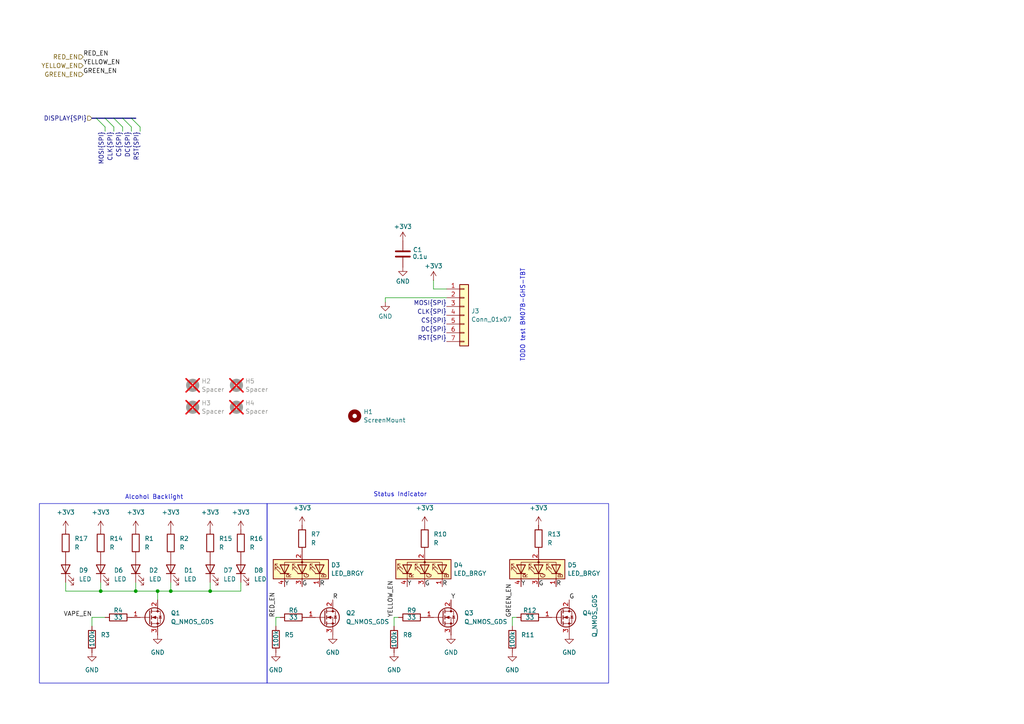
<source format=kicad_sch>
(kicad_sch
	(version 20250114)
	(generator "eeschema")
	(generator_version "9.0")
	(uuid "79298d1f-5432-4177-9f35-cd633e562ce6")
	(paper "A4")
	(lib_symbols
		(symbol "Connector_Generic:Conn_01x07"
			(pin_names
				(offset 1.016)
				(hide yes)
			)
			(exclude_from_sim no)
			(in_bom yes)
			(on_board yes)
			(property "Reference" "J"
				(at 0 10.16 0)
				(effects
					(font
						(size 1.27 1.27)
					)
				)
			)
			(property "Value" "Conn_01x07"
				(at 0 -10.16 0)
				(effects
					(font
						(size 1.27 1.27)
					)
				)
			)
			(property "Footprint" ""
				(at 0 0 0)
				(effects
					(font
						(size 1.27 1.27)
					)
					(hide yes)
				)
			)
			(property "Datasheet" "~"
				(at 0 0 0)
				(effects
					(font
						(size 1.27 1.27)
					)
					(hide yes)
				)
			)
			(property "Description" "Generic connector, single row, 01x07, script generated (kicad-library-utils/schlib/autogen/connector/)"
				(at 0 0 0)
				(effects
					(font
						(size 1.27 1.27)
					)
					(hide yes)
				)
			)
			(property "ki_keywords" "connector"
				(at 0 0 0)
				(effects
					(font
						(size 1.27 1.27)
					)
					(hide yes)
				)
			)
			(property "ki_fp_filters" "Connector*:*_1x??_*"
				(at 0 0 0)
				(effects
					(font
						(size 1.27 1.27)
					)
					(hide yes)
				)
			)
			(symbol "Conn_01x07_1_1"
				(rectangle
					(start -1.27 8.89)
					(end 1.27 -8.89)
					(stroke
						(width 0.254)
						(type default)
					)
					(fill
						(type background)
					)
				)
				(rectangle
					(start -1.27 7.747)
					(end 0 7.493)
					(stroke
						(width 0.1524)
						(type default)
					)
					(fill
						(type none)
					)
				)
				(rectangle
					(start -1.27 5.207)
					(end 0 4.953)
					(stroke
						(width 0.1524)
						(type default)
					)
					(fill
						(type none)
					)
				)
				(rectangle
					(start -1.27 2.667)
					(end 0 2.413)
					(stroke
						(width 0.1524)
						(type default)
					)
					(fill
						(type none)
					)
				)
				(rectangle
					(start -1.27 0.127)
					(end 0 -0.127)
					(stroke
						(width 0.1524)
						(type default)
					)
					(fill
						(type none)
					)
				)
				(rectangle
					(start -1.27 -2.413)
					(end 0 -2.667)
					(stroke
						(width 0.1524)
						(type default)
					)
					(fill
						(type none)
					)
				)
				(rectangle
					(start -1.27 -4.953)
					(end 0 -5.207)
					(stroke
						(width 0.1524)
						(type default)
					)
					(fill
						(type none)
					)
				)
				(rectangle
					(start -1.27 -7.493)
					(end 0 -7.747)
					(stroke
						(width 0.1524)
						(type default)
					)
					(fill
						(type none)
					)
				)
				(pin passive line
					(at -5.08 7.62 0)
					(length 3.81)
					(name "Pin_1"
						(effects
							(font
								(size 1.27 1.27)
							)
						)
					)
					(number "1"
						(effects
							(font
								(size 1.27 1.27)
							)
						)
					)
				)
				(pin passive line
					(at -5.08 5.08 0)
					(length 3.81)
					(name "Pin_2"
						(effects
							(font
								(size 1.27 1.27)
							)
						)
					)
					(number "2"
						(effects
							(font
								(size 1.27 1.27)
							)
						)
					)
				)
				(pin passive line
					(at -5.08 2.54 0)
					(length 3.81)
					(name "Pin_3"
						(effects
							(font
								(size 1.27 1.27)
							)
						)
					)
					(number "3"
						(effects
							(font
								(size 1.27 1.27)
							)
						)
					)
				)
				(pin passive line
					(at -5.08 0 0)
					(length 3.81)
					(name "Pin_4"
						(effects
							(font
								(size 1.27 1.27)
							)
						)
					)
					(number "4"
						(effects
							(font
								(size 1.27 1.27)
							)
						)
					)
				)
				(pin passive line
					(at -5.08 -2.54 0)
					(length 3.81)
					(name "Pin_5"
						(effects
							(font
								(size 1.27 1.27)
							)
						)
					)
					(number "5"
						(effects
							(font
								(size 1.27 1.27)
							)
						)
					)
				)
				(pin passive line
					(at -5.08 -5.08 0)
					(length 3.81)
					(name "Pin_6"
						(effects
							(font
								(size 1.27 1.27)
							)
						)
					)
					(number "6"
						(effects
							(font
								(size 1.27 1.27)
							)
						)
					)
				)
				(pin passive line
					(at -5.08 -7.62 0)
					(length 3.81)
					(name "Pin_7"
						(effects
							(font
								(size 1.27 1.27)
							)
						)
					)
					(number "7"
						(effects
							(font
								(size 1.27 1.27)
							)
						)
					)
				)
			)
			(embedded_fonts no)
		)
		(symbol "Device:C"
			(pin_numbers
				(hide yes)
			)
			(pin_names
				(offset 0.254)
			)
			(exclude_from_sim no)
			(in_bom yes)
			(on_board yes)
			(property "Reference" "C"
				(at 0.635 2.54 0)
				(effects
					(font
						(size 1.27 1.27)
					)
					(justify left)
				)
			)
			(property "Value" "C"
				(at 0.635 -2.54 0)
				(effects
					(font
						(size 1.27 1.27)
					)
					(justify left)
				)
			)
			(property "Footprint" ""
				(at 0.9652 -3.81 0)
				(effects
					(font
						(size 1.27 1.27)
					)
					(hide yes)
				)
			)
			(property "Datasheet" "~"
				(at 0 0 0)
				(effects
					(font
						(size 1.27 1.27)
					)
					(hide yes)
				)
			)
			(property "Description" "Unpolarized capacitor"
				(at 0 0 0)
				(effects
					(font
						(size 1.27 1.27)
					)
					(hide yes)
				)
			)
			(property "ki_keywords" "cap capacitor"
				(at 0 0 0)
				(effects
					(font
						(size 1.27 1.27)
					)
					(hide yes)
				)
			)
			(property "ki_fp_filters" "C_*"
				(at 0 0 0)
				(effects
					(font
						(size 1.27 1.27)
					)
					(hide yes)
				)
			)
			(symbol "C_0_1"
				(polyline
					(pts
						(xy -2.032 0.762) (xy 2.032 0.762)
					)
					(stroke
						(width 0.508)
						(type default)
					)
					(fill
						(type none)
					)
				)
				(polyline
					(pts
						(xy -2.032 -0.762) (xy 2.032 -0.762)
					)
					(stroke
						(width 0.508)
						(type default)
					)
					(fill
						(type none)
					)
				)
			)
			(symbol "C_1_1"
				(pin passive line
					(at 0 3.81 270)
					(length 2.794)
					(name "~"
						(effects
							(font
								(size 1.27 1.27)
							)
						)
					)
					(number "1"
						(effects
							(font
								(size 1.27 1.27)
							)
						)
					)
				)
				(pin passive line
					(at 0 -3.81 90)
					(length 2.794)
					(name "~"
						(effects
							(font
								(size 1.27 1.27)
							)
						)
					)
					(number "2"
						(effects
							(font
								(size 1.27 1.27)
							)
						)
					)
				)
			)
			(embedded_fonts no)
		)
		(symbol "Device:LED"
			(pin_numbers
				(hide yes)
			)
			(pin_names
				(offset 1.016)
				(hide yes)
			)
			(exclude_from_sim no)
			(in_bom yes)
			(on_board yes)
			(property "Reference" "D"
				(at 0 2.54 0)
				(effects
					(font
						(size 1.27 1.27)
					)
				)
			)
			(property "Value" "LED"
				(at 0 -2.54 0)
				(effects
					(font
						(size 1.27 1.27)
					)
				)
			)
			(property "Footprint" ""
				(at 0 0 0)
				(effects
					(font
						(size 1.27 1.27)
					)
					(hide yes)
				)
			)
			(property "Datasheet" "~"
				(at 0 0 0)
				(effects
					(font
						(size 1.27 1.27)
					)
					(hide yes)
				)
			)
			(property "Description" "Light emitting diode"
				(at 0 0 0)
				(effects
					(font
						(size 1.27 1.27)
					)
					(hide yes)
				)
			)
			(property "Sim.Pins" "1=K 2=A"
				(at 0 0 0)
				(effects
					(font
						(size 1.27 1.27)
					)
					(hide yes)
				)
			)
			(property "ki_keywords" "LED diode"
				(at 0 0 0)
				(effects
					(font
						(size 1.27 1.27)
					)
					(hide yes)
				)
			)
			(property "ki_fp_filters" "LED* LED_SMD:* LED_THT:*"
				(at 0 0 0)
				(effects
					(font
						(size 1.27 1.27)
					)
					(hide yes)
				)
			)
			(symbol "LED_0_1"
				(polyline
					(pts
						(xy -3.048 -0.762) (xy -4.572 -2.286) (xy -3.81 -2.286) (xy -4.572 -2.286) (xy -4.572 -1.524)
					)
					(stroke
						(width 0)
						(type default)
					)
					(fill
						(type none)
					)
				)
				(polyline
					(pts
						(xy -1.778 -0.762) (xy -3.302 -2.286) (xy -2.54 -2.286) (xy -3.302 -2.286) (xy -3.302 -1.524)
					)
					(stroke
						(width 0)
						(type default)
					)
					(fill
						(type none)
					)
				)
				(polyline
					(pts
						(xy -1.27 0) (xy 1.27 0)
					)
					(stroke
						(width 0)
						(type default)
					)
					(fill
						(type none)
					)
				)
				(polyline
					(pts
						(xy -1.27 -1.27) (xy -1.27 1.27)
					)
					(stroke
						(width 0.254)
						(type default)
					)
					(fill
						(type none)
					)
				)
				(polyline
					(pts
						(xy 1.27 -1.27) (xy 1.27 1.27) (xy -1.27 0) (xy 1.27 -1.27)
					)
					(stroke
						(width 0.254)
						(type default)
					)
					(fill
						(type none)
					)
				)
			)
			(symbol "LED_1_1"
				(pin passive line
					(at -3.81 0 0)
					(length 2.54)
					(name "K"
						(effects
							(font
								(size 1.27 1.27)
							)
						)
					)
					(number "1"
						(effects
							(font
								(size 1.27 1.27)
							)
						)
					)
				)
				(pin passive line
					(at 3.81 0 180)
					(length 2.54)
					(name "A"
						(effects
							(font
								(size 1.27 1.27)
							)
						)
					)
					(number "2"
						(effects
							(font
								(size 1.27 1.27)
							)
						)
					)
				)
			)
			(embedded_fonts no)
		)
		(symbol "Device:LED_BAGR"
			(pin_names
				(offset 0)
				(hide yes)
			)
			(exclude_from_sim no)
			(in_bom yes)
			(on_board yes)
			(property "Reference" "D"
				(at 0 9.398 0)
				(effects
					(font
						(size 1.27 1.27)
					)
				)
			)
			(property "Value" "LED_BAGR"
				(at 0 -8.89 0)
				(effects
					(font
						(size 1.27 1.27)
					)
				)
			)
			(property "Footprint" ""
				(at 0 -1.27 0)
				(effects
					(font
						(size 1.27 1.27)
					)
					(hide yes)
				)
			)
			(property "Datasheet" "~"
				(at 0 -1.27 0)
				(effects
					(font
						(size 1.27 1.27)
					)
					(hide yes)
				)
			)
			(property "Description" "RGB LED, blue/anode/green/red"
				(at 0 0 0)
				(effects
					(font
						(size 1.27 1.27)
					)
					(hide yes)
				)
			)
			(property "ki_keywords" "LED RGB diode"
				(at 0 0 0)
				(effects
					(font
						(size 1.27 1.27)
					)
					(hide yes)
				)
			)
			(property "ki_fp_filters" "LED* LED_SMD:* LED_THT:*"
				(at 0 0 0)
				(effects
					(font
						(size 1.27 1.27)
					)
					(hide yes)
				)
			)
			(symbol "LED_BAGR_0_0"
				(text "R"
					(at -1.905 3.81 0)
					(effects
						(font
							(size 1.27 1.27)
						)
					)
				)
				(text "G"
					(at -1.905 -1.27 0)
					(effects
						(font
							(size 1.27 1.27)
						)
					)
				)
				(text "B"
					(at -1.905 -6.35 0)
					(effects
						(font
							(size 1.27 1.27)
						)
					)
				)
			)
			(symbol "LED_BAGR_0_1"
				(polyline
					(pts
						(xy -1.27 6.35) (xy -1.27 3.81)
					)
					(stroke
						(width 0.254)
						(type default)
					)
					(fill
						(type none)
					)
				)
				(polyline
					(pts
						(xy -1.27 6.35) (xy -1.27 3.81) (xy -1.27 3.81)
					)
					(stroke
						(width 0)
						(type default)
					)
					(fill
						(type none)
					)
				)
				(polyline
					(pts
						(xy -1.27 5.08) (xy -2.54 5.08)
					)
					(stroke
						(width 0)
						(type default)
					)
					(fill
						(type none)
					)
				)
				(polyline
					(pts
						(xy -1.27 5.08) (xy 1.27 5.08)
					)
					(stroke
						(width 0)
						(type default)
					)
					(fill
						(type none)
					)
				)
				(polyline
					(pts
						(xy -1.27 1.27) (xy -1.27 -1.27)
					)
					(stroke
						(width 0.254)
						(type default)
					)
					(fill
						(type none)
					)
				)
				(polyline
					(pts
						(xy -1.27 1.27) (xy -1.27 -1.27) (xy -1.27 -1.27)
					)
					(stroke
						(width 0)
						(type default)
					)
					(fill
						(type none)
					)
				)
				(polyline
					(pts
						(xy -1.27 0) (xy -2.54 0)
					)
					(stroke
						(width 0)
						(type default)
					)
					(fill
						(type none)
					)
				)
				(polyline
					(pts
						(xy -1.27 -3.81) (xy -1.27 -6.35)
					)
					(stroke
						(width 0.254)
						(type default)
					)
					(fill
						(type none)
					)
				)
				(polyline
					(pts
						(xy -1.27 -5.08) (xy -2.54 -5.08)
					)
					(stroke
						(width 0)
						(type default)
					)
					(fill
						(type none)
					)
				)
				(polyline
					(pts
						(xy -1.27 -5.08) (xy 1.27 -5.08)
					)
					(stroke
						(width 0)
						(type default)
					)
					(fill
						(type none)
					)
				)
				(polyline
					(pts
						(xy -1.016 6.35) (xy 0.508 7.874) (xy -0.254 7.874) (xy 0.508 7.874) (xy 0.508 7.112)
					)
					(stroke
						(width 0)
						(type default)
					)
					(fill
						(type none)
					)
				)
				(polyline
					(pts
						(xy -1.016 1.27) (xy 0.508 2.794) (xy -0.254 2.794) (xy 0.508 2.794) (xy 0.508 2.032)
					)
					(stroke
						(width 0)
						(type default)
					)
					(fill
						(type none)
					)
				)
				(polyline
					(pts
						(xy -1.016 -3.81) (xy 0.508 -2.286) (xy -0.254 -2.286) (xy 0.508 -2.286) (xy 0.508 -3.048)
					)
					(stroke
						(width 0)
						(type default)
					)
					(fill
						(type none)
					)
				)
				(polyline
					(pts
						(xy 0 6.35) (xy 1.524 7.874) (xy 0.762 7.874) (xy 1.524 7.874) (xy 1.524 7.112)
					)
					(stroke
						(width 0)
						(type default)
					)
					(fill
						(type none)
					)
				)
				(polyline
					(pts
						(xy 0 1.27) (xy 1.524 2.794) (xy 0.762 2.794) (xy 1.524 2.794) (xy 1.524 2.032)
					)
					(stroke
						(width 0)
						(type default)
					)
					(fill
						(type none)
					)
				)
				(polyline
					(pts
						(xy 0 -3.81) (xy 1.524 -2.286) (xy 0.762 -2.286) (xy 1.524 -2.286) (xy 1.524 -3.048)
					)
					(stroke
						(width 0)
						(type default)
					)
					(fill
						(type none)
					)
				)
				(polyline
					(pts
						(xy 1.27 6.35) (xy 1.27 3.81) (xy -1.27 5.08) (xy 1.27 6.35)
					)
					(stroke
						(width 0.254)
						(type default)
					)
					(fill
						(type none)
					)
				)
				(rectangle
					(start 1.27 6.35)
					(end 1.27 6.35)
					(stroke
						(width 0)
						(type default)
					)
					(fill
						(type none)
					)
				)
				(rectangle
					(start 1.27 3.81)
					(end 1.27 6.35)
					(stroke
						(width 0)
						(type default)
					)
					(fill
						(type none)
					)
				)
				(polyline
					(pts
						(xy 1.27 1.27) (xy 1.27 -1.27) (xy -1.27 0) (xy 1.27 1.27)
					)
					(stroke
						(width 0.254)
						(type default)
					)
					(fill
						(type none)
					)
				)
				(rectangle
					(start 1.27 1.27)
					(end 1.27 1.27)
					(stroke
						(width 0)
						(type default)
					)
					(fill
						(type none)
					)
				)
				(polyline
					(pts
						(xy 1.27 0) (xy -1.27 0)
					)
					(stroke
						(width 0)
						(type default)
					)
					(fill
						(type none)
					)
				)
				(polyline
					(pts
						(xy 1.27 0) (xy 2.54 0)
					)
					(stroke
						(width 0)
						(type default)
					)
					(fill
						(type none)
					)
				)
				(rectangle
					(start 1.27 -1.27)
					(end 1.27 1.27)
					(stroke
						(width 0)
						(type default)
					)
					(fill
						(type none)
					)
				)
				(polyline
					(pts
						(xy 1.27 -3.81) (xy 1.27 -6.35) (xy -1.27 -5.08) (xy 1.27 -3.81)
					)
					(stroke
						(width 0.254)
						(type default)
					)
					(fill
						(type none)
					)
				)
				(polyline
					(pts
						(xy 1.27 -5.08) (xy 2.032 -5.08) (xy 2.032 5.08) (xy 1.27 5.08)
					)
					(stroke
						(width 0)
						(type default)
					)
					(fill
						(type none)
					)
				)
				(circle
					(center 2.032 0)
					(radius 0.254)
					(stroke
						(width 0)
						(type default)
					)
					(fill
						(type outline)
					)
				)
				(rectangle
					(start 2.794 8.382)
					(end -2.794 -7.62)
					(stroke
						(width 0.254)
						(type default)
					)
					(fill
						(type background)
					)
				)
			)
			(symbol "LED_BAGR_1_1"
				(pin passive line
					(at -5.08 5.08 0)
					(length 2.54)
					(name "RK"
						(effects
							(font
								(size 1.27 1.27)
							)
						)
					)
					(number "4"
						(effects
							(font
								(size 1.27 1.27)
							)
						)
					)
				)
				(pin passive line
					(at -5.08 0 0)
					(length 2.54)
					(name "GK"
						(effects
							(font
								(size 1.27 1.27)
							)
						)
					)
					(number "3"
						(effects
							(font
								(size 1.27 1.27)
							)
						)
					)
				)
				(pin passive line
					(at -5.08 -5.08 0)
					(length 2.54)
					(name "BK"
						(effects
							(font
								(size 1.27 1.27)
							)
						)
					)
					(number "1"
						(effects
							(font
								(size 1.27 1.27)
							)
						)
					)
				)
				(pin passive line
					(at 5.08 0 180)
					(length 2.54)
					(name "A"
						(effects
							(font
								(size 1.27 1.27)
							)
						)
					)
					(number "2"
						(effects
							(font
								(size 1.27 1.27)
							)
						)
					)
				)
			)
			(embedded_fonts no)
		)
		(symbol "Device:R"
			(pin_numbers
				(hide yes)
			)
			(pin_names
				(offset 0)
			)
			(exclude_from_sim no)
			(in_bom yes)
			(on_board yes)
			(property "Reference" "R"
				(at 2.032 0 90)
				(effects
					(font
						(size 1.27 1.27)
					)
				)
			)
			(property "Value" "R"
				(at 0 0 90)
				(effects
					(font
						(size 1.27 1.27)
					)
				)
			)
			(property "Footprint" ""
				(at -1.778 0 90)
				(effects
					(font
						(size 1.27 1.27)
					)
					(hide yes)
				)
			)
			(property "Datasheet" "~"
				(at 0 0 0)
				(effects
					(font
						(size 1.27 1.27)
					)
					(hide yes)
				)
			)
			(property "Description" "Resistor"
				(at 0 0 0)
				(effects
					(font
						(size 1.27 1.27)
					)
					(hide yes)
				)
			)
			(property "ki_keywords" "R res resistor"
				(at 0 0 0)
				(effects
					(font
						(size 1.27 1.27)
					)
					(hide yes)
				)
			)
			(property "ki_fp_filters" "R_*"
				(at 0 0 0)
				(effects
					(font
						(size 1.27 1.27)
					)
					(hide yes)
				)
			)
			(symbol "R_0_1"
				(rectangle
					(start -1.016 -2.54)
					(end 1.016 2.54)
					(stroke
						(width 0.254)
						(type default)
					)
					(fill
						(type none)
					)
				)
			)
			(symbol "R_1_1"
				(pin passive line
					(at 0 3.81 270)
					(length 1.27)
					(name "~"
						(effects
							(font
								(size 1.27 1.27)
							)
						)
					)
					(number "1"
						(effects
							(font
								(size 1.27 1.27)
							)
						)
					)
				)
				(pin passive line
					(at 0 -3.81 90)
					(length 1.27)
					(name "~"
						(effects
							(font
								(size 1.27 1.27)
							)
						)
					)
					(number "2"
						(effects
							(font
								(size 1.27 1.27)
							)
						)
					)
				)
			)
			(embedded_fonts no)
		)
		(symbol "Mechanical:MountingHole"
			(pin_names
				(offset 1.016)
			)
			(exclude_from_sim no)
			(in_bom no)
			(on_board yes)
			(property "Reference" "H"
				(at 0 5.08 0)
				(effects
					(font
						(size 1.27 1.27)
					)
				)
			)
			(property "Value" "MountingHole"
				(at 0 3.175 0)
				(effects
					(font
						(size 1.27 1.27)
					)
				)
			)
			(property "Footprint" ""
				(at 0 0 0)
				(effects
					(font
						(size 1.27 1.27)
					)
					(hide yes)
				)
			)
			(property "Datasheet" "~"
				(at 0 0 0)
				(effects
					(font
						(size 1.27 1.27)
					)
					(hide yes)
				)
			)
			(property "Description" "Mounting Hole without connection"
				(at 0 0 0)
				(effects
					(font
						(size 1.27 1.27)
					)
					(hide yes)
				)
			)
			(property "ki_keywords" "mounting hole"
				(at 0 0 0)
				(effects
					(font
						(size 1.27 1.27)
					)
					(hide yes)
				)
			)
			(property "ki_fp_filters" "MountingHole*"
				(at 0 0 0)
				(effects
					(font
						(size 1.27 1.27)
					)
					(hide yes)
				)
			)
			(symbol "MountingHole_0_1"
				(circle
					(center 0 0)
					(radius 1.27)
					(stroke
						(width 1.27)
						(type default)
					)
					(fill
						(type none)
					)
				)
			)
			(embedded_fonts no)
		)
		(symbol "Transistor_FET:Q_NMOS_GDS"
			(pin_names
				(offset 0)
				(hide yes)
			)
			(exclude_from_sim no)
			(in_bom yes)
			(on_board yes)
			(property "Reference" "Q"
				(at 5.08 1.905 0)
				(effects
					(font
						(size 1.27 1.27)
					)
					(justify left)
				)
			)
			(property "Value" "Q_NMOS_GDS"
				(at 5.08 0 0)
				(effects
					(font
						(size 1.27 1.27)
					)
					(justify left)
				)
			)
			(property "Footprint" ""
				(at 5.08 2.54 0)
				(effects
					(font
						(size 1.27 1.27)
					)
					(hide yes)
				)
			)
			(property "Datasheet" "~"
				(at 0 0 0)
				(effects
					(font
						(size 1.27 1.27)
					)
					(hide yes)
				)
			)
			(property "Description" "N-MOSFET transistor, gate/drain/source"
				(at 0 0 0)
				(effects
					(font
						(size 1.27 1.27)
					)
					(hide yes)
				)
			)
			(property "ki_keywords" "transistor NMOS N-MOS N-MOSFET"
				(at 0 0 0)
				(effects
					(font
						(size 1.27 1.27)
					)
					(hide yes)
				)
			)
			(symbol "Q_NMOS_GDS_0_1"
				(polyline
					(pts
						(xy 0.254 1.905) (xy 0.254 -1.905)
					)
					(stroke
						(width 0.254)
						(type default)
					)
					(fill
						(type none)
					)
				)
				(polyline
					(pts
						(xy 0.254 0) (xy -2.54 0)
					)
					(stroke
						(width 0)
						(type default)
					)
					(fill
						(type none)
					)
				)
				(polyline
					(pts
						(xy 0.762 2.286) (xy 0.762 1.27)
					)
					(stroke
						(width 0.254)
						(type default)
					)
					(fill
						(type none)
					)
				)
				(polyline
					(pts
						(xy 0.762 0.508) (xy 0.762 -0.508)
					)
					(stroke
						(width 0.254)
						(type default)
					)
					(fill
						(type none)
					)
				)
				(polyline
					(pts
						(xy 0.762 -1.27) (xy 0.762 -2.286)
					)
					(stroke
						(width 0.254)
						(type default)
					)
					(fill
						(type none)
					)
				)
				(polyline
					(pts
						(xy 0.762 -1.778) (xy 3.302 -1.778) (xy 3.302 1.778) (xy 0.762 1.778)
					)
					(stroke
						(width 0)
						(type default)
					)
					(fill
						(type none)
					)
				)
				(polyline
					(pts
						(xy 1.016 0) (xy 2.032 0.381) (xy 2.032 -0.381) (xy 1.016 0)
					)
					(stroke
						(width 0)
						(type default)
					)
					(fill
						(type outline)
					)
				)
				(circle
					(center 1.651 0)
					(radius 2.794)
					(stroke
						(width 0.254)
						(type default)
					)
					(fill
						(type none)
					)
				)
				(polyline
					(pts
						(xy 2.54 2.54) (xy 2.54 1.778)
					)
					(stroke
						(width 0)
						(type default)
					)
					(fill
						(type none)
					)
				)
				(circle
					(center 2.54 1.778)
					(radius 0.254)
					(stroke
						(width 0)
						(type default)
					)
					(fill
						(type outline)
					)
				)
				(circle
					(center 2.54 -1.778)
					(radius 0.254)
					(stroke
						(width 0)
						(type default)
					)
					(fill
						(type outline)
					)
				)
				(polyline
					(pts
						(xy 2.54 -2.54) (xy 2.54 0) (xy 0.762 0)
					)
					(stroke
						(width 0)
						(type default)
					)
					(fill
						(type none)
					)
				)
				(polyline
					(pts
						(xy 2.921 0.381) (xy 3.683 0.381)
					)
					(stroke
						(width 0)
						(type default)
					)
					(fill
						(type none)
					)
				)
				(polyline
					(pts
						(xy 3.302 0.381) (xy 2.921 -0.254) (xy 3.683 -0.254) (xy 3.302 0.381)
					)
					(stroke
						(width 0)
						(type default)
					)
					(fill
						(type none)
					)
				)
			)
			(symbol "Q_NMOS_GDS_1_1"
				(pin input line
					(at -5.08 0 0)
					(length 2.54)
					(name "G"
						(effects
							(font
								(size 1.27 1.27)
							)
						)
					)
					(number "1"
						(effects
							(font
								(size 1.27 1.27)
							)
						)
					)
				)
				(pin passive line
					(at 2.54 5.08 270)
					(length 2.54)
					(name "D"
						(effects
							(font
								(size 1.27 1.27)
							)
						)
					)
					(number "2"
						(effects
							(font
								(size 1.27 1.27)
							)
						)
					)
				)
				(pin passive line
					(at 2.54 -5.08 90)
					(length 2.54)
					(name "S"
						(effects
							(font
								(size 1.27 1.27)
							)
						)
					)
					(number "3"
						(effects
							(font
								(size 1.27 1.27)
							)
						)
					)
				)
			)
			(embedded_fonts no)
		)
		(symbol "power:+3V3"
			(power)
			(pin_numbers
				(hide yes)
			)
			(pin_names
				(offset 0)
				(hide yes)
			)
			(exclude_from_sim no)
			(in_bom yes)
			(on_board yes)
			(property "Reference" "#PWR"
				(at 0 -3.81 0)
				(effects
					(font
						(size 1.27 1.27)
					)
					(hide yes)
				)
			)
			(property "Value" "+3V3"
				(at 0 3.556 0)
				(effects
					(font
						(size 1.27 1.27)
					)
				)
			)
			(property "Footprint" ""
				(at 0 0 0)
				(effects
					(font
						(size 1.27 1.27)
					)
					(hide yes)
				)
			)
			(property "Datasheet" ""
				(at 0 0 0)
				(effects
					(font
						(size 1.27 1.27)
					)
					(hide yes)
				)
			)
			(property "Description" "Power symbol creates a global label with name \"+3V3\""
				(at 0 0 0)
				(effects
					(font
						(size 1.27 1.27)
					)
					(hide yes)
				)
			)
			(property "ki_keywords" "global power"
				(at 0 0 0)
				(effects
					(font
						(size 1.27 1.27)
					)
					(hide yes)
				)
			)
			(symbol "+3V3_0_1"
				(polyline
					(pts
						(xy -0.762 1.27) (xy 0 2.54)
					)
					(stroke
						(width 0)
						(type default)
					)
					(fill
						(type none)
					)
				)
				(polyline
					(pts
						(xy 0 2.54) (xy 0.762 1.27)
					)
					(stroke
						(width 0)
						(type default)
					)
					(fill
						(type none)
					)
				)
				(polyline
					(pts
						(xy 0 0) (xy 0 2.54)
					)
					(stroke
						(width 0)
						(type default)
					)
					(fill
						(type none)
					)
				)
			)
			(symbol "+3V3_1_1"
				(pin power_in line
					(at 0 0 90)
					(length 0)
					(name "~"
						(effects
							(font
								(size 1.27 1.27)
							)
						)
					)
					(number "1"
						(effects
							(font
								(size 1.27 1.27)
							)
						)
					)
				)
			)
			(embedded_fonts no)
		)
		(symbol "power:GND"
			(power)
			(pin_numbers
				(hide yes)
			)
			(pin_names
				(offset 0)
				(hide yes)
			)
			(exclude_from_sim no)
			(in_bom yes)
			(on_board yes)
			(property "Reference" "#PWR"
				(at 0 -6.35 0)
				(effects
					(font
						(size 1.27 1.27)
					)
					(hide yes)
				)
			)
			(property "Value" "GND"
				(at 0 -3.81 0)
				(effects
					(font
						(size 1.27 1.27)
					)
				)
			)
			(property "Footprint" ""
				(at 0 0 0)
				(effects
					(font
						(size 1.27 1.27)
					)
					(hide yes)
				)
			)
			(property "Datasheet" ""
				(at 0 0 0)
				(effects
					(font
						(size 1.27 1.27)
					)
					(hide yes)
				)
			)
			(property "Description" "Power symbol creates a global label with name \"GND\" , ground"
				(at 0 0 0)
				(effects
					(font
						(size 1.27 1.27)
					)
					(hide yes)
				)
			)
			(property "ki_keywords" "global power"
				(at 0 0 0)
				(effects
					(font
						(size 1.27 1.27)
					)
					(hide yes)
				)
			)
			(symbol "GND_0_1"
				(polyline
					(pts
						(xy 0 0) (xy 0 -1.27) (xy 1.27 -1.27) (xy 0 -2.54) (xy -1.27 -1.27) (xy 0 -1.27)
					)
					(stroke
						(width 0)
						(type default)
					)
					(fill
						(type none)
					)
				)
			)
			(symbol "GND_1_1"
				(pin power_in line
					(at 0 0 270)
					(length 0)
					(name "~"
						(effects
							(font
								(size 1.27 1.27)
							)
						)
					)
					(number "1"
						(effects
							(font
								(size 1.27 1.27)
							)
						)
					)
				)
			)
			(embedded_fonts no)
		)
	)
	(rectangle
		(start 77.47 146.05)
		(end 176.53 198.12)
		(stroke
			(width 0)
			(type default)
		)
		(fill
			(type none)
		)
		(uuid 52ea6aca-6fb1-4093-89fc-f878bd2386fc)
	)
	(rectangle
		(start 11.43 146.05)
		(end 77.47 198.12)
		(stroke
			(width 0)
			(type default)
		)
		(fill
			(type none)
		)
		(uuid d37adccd-cda9-4bd8-a291-908bbde5b513)
	)
	(text "TODO test BM07B-GHS-TBT"
		(exclude_from_sim no)
		(at 151.638 91.44 90)
		(effects
			(font
				(size 1.27 1.27)
			)
		)
		(uuid "18e1018b-a3b3-4f49-95b2-6d66ecae258d")
	)
	(text "Status Indicator"
		(exclude_from_sim no)
		(at 116.078 143.51 0)
		(effects
			(font
				(size 1.27 1.27)
			)
		)
		(uuid "94fe0e87-ceaa-40e2-9b8d-8c5536daa364")
	)
	(text "Alcohol Backlight"
		(exclude_from_sim no)
		(at 44.704 144.272 0)
		(effects
			(font
				(size 1.27 1.27)
			)
		)
		(uuid "fea32d07-42ee-48c0-bfd6-a08933f81fbf")
	)
	(junction
		(at 45.72 171.45)
		(diameter 0)
		(color 0 0 0 0)
		(uuid "30e14b00-6bf6-45c0-89dc-8fa6d18a7ada")
	)
	(junction
		(at 49.53 171.45)
		(diameter 0)
		(color 0 0 0 0)
		(uuid "8037669e-6990-4415-b10b-d34af320ad85")
	)
	(junction
		(at 29.21 171.45)
		(diameter 0)
		(color 0 0 0 0)
		(uuid "dcf86e30-6783-4154-a878-d58cab71312a")
	)
	(junction
		(at 39.37 171.45)
		(diameter 0)
		(color 0 0 0 0)
		(uuid "f1daa605-aca7-43e4-adb0-9cf89a016efd")
	)
	(junction
		(at 60.96 171.45)
		(diameter 0)
		(color 0 0 0 0)
		(uuid "f6b59062-f1bb-4702-b2c7-d55b4fd88643")
	)
	(bus_entry
		(at 38.1 34.29)
		(size 2.54 2.54)
		(stroke
			(width 0)
			(type default)
		)
		(uuid "29a0417c-67f0-48be-a609-b3e8023130f5")
	)
	(bus_entry
		(at 27.94 34.29)
		(size 2.54 2.54)
		(stroke
			(width 0)
			(type default)
		)
		(uuid "71d8e5b0-df4b-4444-9e4a-c05f58798cba")
	)
	(bus_entry
		(at 30.48 34.29)
		(size 2.54 2.54)
		(stroke
			(width 0)
			(type default)
		)
		(uuid "97752ebb-4771-4064-b709-64dea3637b63")
	)
	(bus_entry
		(at 33.02 34.29)
		(size 2.54 2.54)
		(stroke
			(width 0)
			(type default)
		)
		(uuid "b367420e-f259-4dc1-96da-fc7e9dcea6c8")
	)
	(bus_entry
		(at 35.56 34.29)
		(size 2.54 2.54)
		(stroke
			(width 0)
			(type default)
		)
		(uuid "b544ce7f-d860-4254-b5c0-a9074923abc5")
	)
	(wire
		(pts
			(xy 35.56 36.83) (xy 35.56 38.1)
		)
		(stroke
			(width 0)
			(type default)
		)
		(uuid "0bae9e4c-7640-43c3-abfb-ad926f66b455")
	)
	(wire
		(pts
			(xy 80.01 179.07) (xy 81.28 179.07)
		)
		(stroke
			(width 0)
			(type default)
		)
		(uuid "1812b88d-198d-4a02-94e6-13333f9fdad3")
	)
	(bus
		(pts
			(xy 33.02 34.29) (xy 35.56 34.29)
		)
		(stroke
			(width 0)
			(type default)
		)
		(uuid "1817e87a-ceaf-4a7a-b705-a4a6496e7e76")
	)
	(wire
		(pts
			(xy 148.59 179.07) (xy 149.86 179.07)
		)
		(stroke
			(width 0)
			(type default)
		)
		(uuid "186c1770-396b-4d49-9ca2-2ec2d125b051")
	)
	(bus
		(pts
			(xy 27.94 34.29) (xy 30.48 34.29)
		)
		(stroke
			(width 0)
			(type default)
		)
		(uuid "2025c522-6364-47be-abd5-c6edcbacca85")
	)
	(wire
		(pts
			(xy 19.05 168.91) (xy 19.05 171.45)
		)
		(stroke
			(width 0)
			(type default)
		)
		(uuid "20b3e822-0692-4455-99bc-5d158caf4d78")
	)
	(wire
		(pts
			(xy 114.3 181.61) (xy 114.3 179.07)
		)
		(stroke
			(width 0)
			(type default)
		)
		(uuid "23203c40-2c20-4e91-b913-a62a700ccdae")
	)
	(wire
		(pts
			(xy 60.96 171.45) (xy 69.85 171.45)
		)
		(stroke
			(width 0)
			(type default)
		)
		(uuid "234b7f73-601d-4812-94f6-af1f973295a5")
	)
	(wire
		(pts
			(xy 39.37 171.45) (xy 45.72 171.45)
		)
		(stroke
			(width 0)
			(type default)
		)
		(uuid "2399a746-158e-47fa-9b86-0fbeab138ef1")
	)
	(wire
		(pts
			(xy 148.59 181.61) (xy 148.59 179.07)
		)
		(stroke
			(width 0)
			(type default)
		)
		(uuid "23e15605-0973-4a5c-95f9-ee90cfd85859")
	)
	(wire
		(pts
			(xy 26.67 179.07) (xy 30.48 179.07)
		)
		(stroke
			(width 0)
			(type default)
		)
		(uuid "2525ee73-429f-4a40-bcb6-f6aa58e4e47b")
	)
	(wire
		(pts
			(xy 69.85 168.91) (xy 69.85 171.45)
		)
		(stroke
			(width 0)
			(type default)
		)
		(uuid "33809a18-2cca-4437-8d35-6575c3b573f8")
	)
	(wire
		(pts
			(xy 111.76 87.63) (xy 111.76 86.36)
		)
		(stroke
			(width 0)
			(type default)
		)
		(uuid "35f2694f-0543-4107-95b5-10526a8a51b5")
	)
	(bus
		(pts
			(xy 38.1 34.29) (xy 39.37 34.29)
		)
		(stroke
			(width 0)
			(type default)
		)
		(uuid "3c7af326-7c45-4656-ac60-41c047ca4cc5")
	)
	(wire
		(pts
			(xy 33.02 36.83) (xy 33.02 38.1)
		)
		(stroke
			(width 0)
			(type default)
		)
		(uuid "3e61aa56-0196-4d82-b198-b3678d896e46")
	)
	(wire
		(pts
			(xy 49.53 171.45) (xy 49.53 168.91)
		)
		(stroke
			(width 0)
			(type default)
		)
		(uuid "50837682-88f4-45ef-92fd-44c236064d68")
	)
	(wire
		(pts
			(xy 125.73 81.28) (xy 125.73 83.82)
		)
		(stroke
			(width 0)
			(type default)
		)
		(uuid "64b0adac-0e52-4ddb-9608-219ede670e68")
	)
	(wire
		(pts
			(xy 29.21 168.91) (xy 29.21 171.45)
		)
		(stroke
			(width 0)
			(type default)
		)
		(uuid "6df51f11-223d-423b-8bb1-0a21a7f6e4d1")
	)
	(wire
		(pts
			(xy 49.53 171.45) (xy 60.96 171.45)
		)
		(stroke
			(width 0)
			(type default)
		)
		(uuid "7330e208-a6be-4e1b-ac0b-40055b80ad72")
	)
	(wire
		(pts
			(xy 80.01 181.61) (xy 80.01 179.07)
		)
		(stroke
			(width 0)
			(type default)
		)
		(uuid "88aeb8fe-9bf0-4797-8deb-e148be98fa59")
	)
	(wire
		(pts
			(xy 45.72 171.45) (xy 49.53 171.45)
		)
		(stroke
			(width 0)
			(type default)
		)
		(uuid "92e4d898-23a6-40f7-a970-0d257c894f53")
	)
	(wire
		(pts
			(xy 40.64 36.83) (xy 40.64 38.1)
		)
		(stroke
			(width 0)
			(type default)
		)
		(uuid "95b1478c-419d-420d-b487-e541928d67a0")
	)
	(wire
		(pts
			(xy 60.96 168.91) (xy 60.96 171.45)
		)
		(stroke
			(width 0)
			(type default)
		)
		(uuid "98d3fe69-e6df-4297-97d1-637bc1c46def")
	)
	(wire
		(pts
			(xy 38.1 36.83) (xy 38.1 38.1)
		)
		(stroke
			(width 0)
			(type default)
		)
		(uuid "9a275bec-807e-438f-b669-a3d2dee563aa")
	)
	(bus
		(pts
			(xy 26.67 34.29) (xy 27.94 34.29)
		)
		(stroke
			(width 0)
			(type default)
		)
		(uuid "a95b4359-f58d-4f70-81b4-e0493ce8527f")
	)
	(wire
		(pts
			(xy 19.05 171.45) (xy 29.21 171.45)
		)
		(stroke
			(width 0)
			(type default)
		)
		(uuid "a98b1507-4cda-4285-ac66-2aaecc0c34f8")
	)
	(wire
		(pts
			(xy 125.73 83.82) (xy 129.54 83.82)
		)
		(stroke
			(width 0)
			(type default)
		)
		(uuid "b1bb3d7d-7204-4395-8c65-369e65f26b38")
	)
	(wire
		(pts
			(xy 26.67 181.61) (xy 26.67 179.07)
		)
		(stroke
			(width 0)
			(type default)
		)
		(uuid "c7ed9ec0-a5ce-4744-82a2-d83e15c9e8cc")
	)
	(wire
		(pts
			(xy 45.72 171.45) (xy 45.72 173.99)
		)
		(stroke
			(width 0)
			(type default)
		)
		(uuid "c8d98fe8-2659-4c78-a0d6-2bc6084cb7f8")
	)
	(wire
		(pts
			(xy 30.48 36.83) (xy 30.48 38.1)
		)
		(stroke
			(width 0)
			(type default)
		)
		(uuid "d1a2225b-b027-4482-9774-e64eb9068c35")
	)
	(bus
		(pts
			(xy 35.56 34.29) (xy 38.1 34.29)
		)
		(stroke
			(width 0)
			(type default)
		)
		(uuid "d7db3a5f-e4ec-46c1-b313-4d8954144a9c")
	)
	(bus
		(pts
			(xy 30.48 34.29) (xy 33.02 34.29)
		)
		(stroke
			(width 0)
			(type default)
		)
		(uuid "ea30b122-52ae-45fc-b6a4-dd121fbc9e1a")
	)
	(wire
		(pts
			(xy 39.37 168.91) (xy 39.37 171.45)
		)
		(stroke
			(width 0)
			(type default)
		)
		(uuid "ef41f12f-da35-4a0d-9d34-feef1651a8e1")
	)
	(wire
		(pts
			(xy 111.76 86.36) (xy 129.54 86.36)
		)
		(stroke
			(width 0)
			(type default)
		)
		(uuid "f09714a3-10be-4e91-a498-6fb78ece5b74")
	)
	(wire
		(pts
			(xy 29.21 171.45) (xy 39.37 171.45)
		)
		(stroke
			(width 0)
			(type default)
		)
		(uuid "f59e4414-f03c-4af4-895a-35dcae2f959a")
	)
	(wire
		(pts
			(xy 114.3 179.07) (xy 115.57 179.07)
		)
		(stroke
			(width 0)
			(type default)
		)
		(uuid "f635b620-0690-45bf-a33a-438ec7189cbd")
	)
	(label "CS{SPI}"
		(at 129.54 93.98 180)
		(effects
			(font
				(size 1.27 1.27)
			)
			(justify right bottom)
		)
		(uuid "11545a8f-70d4-4e0d-a74e-5b9d8a5d8e20")
	)
	(label "YELLOW_EN"
		(at 24.13 19.05 0)
		(effects
			(font
				(size 1.27 1.27)
			)
			(justify left bottom)
		)
		(uuid "198f6c1b-1ca7-4d42-9ffc-c8e09c7bdc0b")
	)
	(label "VAPE_EN"
		(at 26.67 179.07 180)
		(effects
			(font
				(size 1.27 1.27)
			)
			(justify right bottom)
		)
		(uuid "289d9dbc-a1ed-4f54-b385-9594168a6fb1")
	)
	(label "G"
		(at 156.21 170.18 0)
		(effects
			(font
				(size 1.27 1.27)
			)
			(justify left bottom)
		)
		(uuid "297b636c-2d31-48f1-93b8-e78501143166")
	)
	(label "RED_EN"
		(at 80.01 179.07 90)
		(effects
			(font
				(size 1.27 1.27)
			)
			(justify left bottom)
		)
		(uuid "2e32eeb0-9fb8-4aa8-87d1-3dbcdf93421a")
	)
	(label "RED_EN"
		(at 24.13 16.51 0)
		(effects
			(font
				(size 1.27 1.27)
			)
			(justify left bottom)
		)
		(uuid "35890296-02a6-41d2-89f3-f194d6ad4538")
	)
	(label "R"
		(at 161.29 170.18 0)
		(effects
			(font
				(size 1.27 1.27)
			)
			(justify left bottom)
		)
		(uuid "3e31a417-d411-4a31-9a33-d8bd4eb21395")
	)
	(label "RST{SPI}"
		(at 129.54 99.06 180)
		(effects
			(font
				(size 1.27 1.27)
			)
			(justify right bottom)
		)
		(uuid "50dccee9-b2cb-487b-abea-97585a340a43")
	)
	(label "G"
		(at 123.19 170.18 0)
		(effects
			(font
				(size 1.27 1.27)
			)
			(justify left bottom)
		)
		(uuid "59430bf0-01ac-4f81-ab04-bc1e758b9add")
	)
	(label "DC{SPI}"
		(at 129.54 96.52 180)
		(effects
			(font
				(size 1.27 1.27)
			)
			(justify right bottom)
		)
		(uuid "690c566b-98ea-4d3a-b33e-13930a677187")
	)
	(label "GREEN_EN"
		(at 148.59 179.07 90)
		(effects
			(font
				(size 1.27 1.27)
			)
			(justify left bottom)
		)
		(uuid "6f2c823a-7691-4b59-a23b-4119a932c847")
	)
	(label "CS{SPI}"
		(at 35.56 38.1 270)
		(effects
			(font
				(size 1.27 1.27)
			)
			(justify right bottom)
		)
		(uuid "84173eb1-de72-4283-9cd4-7cc4c72e5f74")
	)
	(label "GREEN_EN"
		(at 24.13 21.59 0)
		(effects
			(font
				(size 1.27 1.27)
			)
			(justify left bottom)
		)
		(uuid "860e9c63-d135-4bcb-a792-884126566a39")
	)
	(label "Y"
		(at 118.11 170.18 0)
		(effects
			(font
				(size 1.27 1.27)
			)
			(justify left bottom)
		)
		(uuid "8bb20c51-27fe-41f4-a503-db0808cd5d6b")
	)
	(label "CLK{SPI}"
		(at 129.54 91.44 180)
		(effects
			(font
				(size 1.27 1.27)
			)
			(justify right bottom)
		)
		(uuid "9e5fd91c-0714-4f86-9cec-c40fc559e3fa")
	)
	(label "YELLOW_EN"
		(at 114.3 179.07 90)
		(effects
			(font
				(size 1.27 1.27)
			)
			(justify left bottom)
		)
		(uuid "a40df154-3205-49ab-a035-0d31e220287f")
	)
	(label "Y"
		(at 82.55 170.18 0)
		(effects
			(font
				(size 1.27 1.27)
			)
			(justify left bottom)
		)
		(uuid "af03ec02-f2a1-4b4b-93da-cd72ce742f11")
	)
	(label "RST{SPI}"
		(at 40.64 38.1 270)
		(effects
			(font
				(size 1.27 1.27)
			)
			(justify right bottom)
		)
		(uuid "bc6d3c2c-3bf9-4dac-909a-e527b7f7529a")
	)
	(label "Y"
		(at 151.13 170.18 0)
		(effects
			(font
				(size 1.27 1.27)
			)
			(justify left bottom)
		)
		(uuid "cbf69dc3-6359-4f3d-ad7e-5d1a8ed26a46")
	)
	(label "DC{SPI}"
		(at 38.1 38.1 270)
		(effects
			(font
				(size 1.27 1.27)
			)
			(justify right bottom)
		)
		(uuid "d609aeaa-743d-4ec1-a308-8fe06a04f207")
	)
	(label "MOSI{SPI}"
		(at 30.48 38.1 270)
		(effects
			(font
				(size 1.27 1.27)
			)
			(justify right bottom)
		)
		(uuid "dd407dcf-bd57-4117-ba43-6fd43e8c8ecb")
	)
	(label "G"
		(at 165.1 173.99 0)
		(effects
			(font
				(size 1.27 1.27)
			)
			(justify left bottom)
		)
		(uuid "e0dda496-5a6b-45c1-80b9-e93dba4e624a")
	)
	(label "Y"
		(at 130.81 173.99 0)
		(effects
			(font
				(size 1.27 1.27)
			)
			(justify left bottom)
		)
		(uuid "e827f3d6-18e2-4678-98bd-ec9b7057bed2")
	)
	(label "R"
		(at 128.27 170.18 0)
		(effects
			(font
				(size 1.27 1.27)
			)
			(justify left bottom)
		)
		(uuid "e9601c40-f281-4f63-98f5-2610925ca74c")
	)
	(label "CLK{SPI}"
		(at 33.02 38.1 270)
		(effects
			(font
				(size 1.27 1.27)
			)
			(justify right bottom)
		)
		(uuid "ee09b648-3836-46e6-875a-e7573e1f4385")
	)
	(label "R"
		(at 96.52 173.99 0)
		(effects
			(font
				(size 1.27 1.27)
			)
			(justify left bottom)
		)
		(uuid "f13ae980-9e72-4f86-8e78-0616323ceb2a")
	)
	(label "R"
		(at 92.71 170.18 0)
		(effects
			(font
				(size 1.27 1.27)
			)
			(justify left bottom)
		)
		(uuid "f3b9d5f4-3f5d-4a0f-9ab6-2a9491c08147")
	)
	(label "G"
		(at 87.63 170.18 0)
		(effects
			(font
				(size 1.27 1.27)
			)
			(justify left bottom)
		)
		(uuid "fc2290bd-24a3-424d-b438-dda19741902b")
	)
	(label "MOSI{SPI}"
		(at 129.54 88.9 180)
		(effects
			(font
				(size 1.27 1.27)
			)
			(justify right bottom)
		)
		(uuid "fe57886a-6826-4bf8-af91-008ef40707c6")
	)
	(hierarchical_label "GREEN_EN"
		(shape input)
		(at 24.13 21.59 180)
		(effects
			(font
				(size 1.27 1.27)
			)
			(justify right)
		)
		(uuid "365b3152-303e-480c-854d-7a4fe3e0136e")
	)
	(hierarchical_label "YELLOW_EN"
		(shape input)
		(at 24.13 19.05 180)
		(effects
			(font
				(size 1.27 1.27)
			)
			(justify right)
		)
		(uuid "62566614-aefa-4779-bb11-642d9f9ee694")
	)
	(hierarchical_label "RED_EN"
		(shape input)
		(at 24.13 16.51 180)
		(effects
			(font
				(size 1.27 1.27)
			)
			(justify right)
		)
		(uuid "93479a4f-a7ff-4791-a06d-d77bfeeb6a5a")
	)
	(hierarchical_label "DISPLAY{SPI}"
		(shape input)
		(at 26.67 34.29 180)
		(effects
			(font
				(size 1.27 1.27)
			)
			(justify right)
		)
		(uuid "ddcbd9aa-4172-4ca8-a3cb-c9c858944ff4")
	)
	(symbol
		(lib_id "Transistor_FET:Q_NMOS_GDS")
		(at 128.27 179.07 0)
		(unit 1)
		(exclude_from_sim no)
		(in_bom yes)
		(on_board yes)
		(dnp no)
		(fields_autoplaced yes)
		(uuid "003faf18-9643-4131-af22-0cc935735684")
		(property "Reference" "Q3"
			(at 134.62 177.7999 0)
			(effects
				(font
					(size 1.27 1.27)
				)
				(justify left)
			)
		)
		(property "Value" "Q_NMOS_GDS"
			(at 134.62 180.3399 0)
			(effects
				(font
					(size 1.27 1.27)
				)
				(justify left)
			)
		)
		(property "Footprint" ""
			(at 133.35 176.53 0)
			(effects
				(font
					(size 1.27 1.27)
				)
				(hide yes)
			)
		)
		(property "Datasheet" "~"
			(at 128.27 179.07 0)
			(effects
				(font
					(size 1.27 1.27)
				)
				(hide yes)
			)
		)
		(property "Description" "N-MOSFET transistor, gate/drain/source"
			(at 128.27 179.07 0)
			(effects
				(font
					(size 1.27 1.27)
				)
				(hide yes)
			)
		)
		(property "DigikeyLink" ""
			(at 128.27 179.07 0)
			(effects
				(font
					(size 1.27 1.27)
				)
				(hide yes)
			)
		)
		(property "MPN" ""
			(at 128.27 179.07 0)
			(effects
				(font
					(size 1.27 1.27)
				)
				(hide yes)
			)
		)
		(pin "3"
			(uuid "77e010f9-2f53-4b59-9fdb-f9d30e13948a")
		)
		(pin "2"
			(uuid "79d17d3a-8c94-43d5-a4c0-2d65c9f02e79")
		)
		(pin "1"
			(uuid "85e2b451-5642-4851-b3ec-1b63bbd79d91")
		)
		(instances
			(project "tamagotchi"
				(path "/47ffaef6-4682-4a87-a393-bad1a10963be/5c3b0e4f-8c4a-467f-9d04-d27cab17098a"
					(reference "Q3")
					(unit 1)
				)
			)
		)
	)
	(symbol
		(lib_id "power:+3V3")
		(at 87.63 152.4 0)
		(unit 1)
		(exclude_from_sim no)
		(in_bom yes)
		(on_board yes)
		(dnp no)
		(fields_autoplaced yes)
		(uuid "0381aad6-54da-495c-8a02-1c8c7933c5c7")
		(property "Reference" "#PWR013"
			(at 87.63 156.21 0)
			(effects
				(font
					(size 1.27 1.27)
				)
				(hide yes)
			)
		)
		(property "Value" "+3V3"
			(at 87.63 147.32 0)
			(effects
				(font
					(size 1.27 1.27)
				)
			)
		)
		(property "Footprint" ""
			(at 87.63 152.4 0)
			(effects
				(font
					(size 1.27 1.27)
				)
				(hide yes)
			)
		)
		(property "Datasheet" ""
			(at 87.63 152.4 0)
			(effects
				(font
					(size 1.27 1.27)
				)
				(hide yes)
			)
		)
		(property "Description" "Power symbol creates a global label with name \"+3V3\""
			(at 87.63 152.4 0)
			(effects
				(font
					(size 1.27 1.27)
				)
				(hide yes)
			)
		)
		(pin "1"
			(uuid "4041c83d-39cb-4a68-903c-c3af5a3f8e47")
		)
		(instances
			(project "tamagotchi"
				(path "/47ffaef6-4682-4a87-a393-bad1a10963be/5c3b0e4f-8c4a-467f-9d04-d27cab17098a"
					(reference "#PWR013")
					(unit 1)
				)
			)
		)
	)
	(symbol
		(lib_id "Device:C")
		(at 116.84 73.66 0)
		(unit 1)
		(exclude_from_sim no)
		(in_bom yes)
		(on_board yes)
		(dnp no)
		(uuid "07202551-1ff8-4a64-90d0-de5548160bb3")
		(property "Reference" "C1"
			(at 119.761 72.4478 0)
			(effects
				(font
					(size 1.27 1.27)
				)
				(justify left)
			)
		)
		(property "Value" "0.1u"
			(at 119.634 74.422 0)
			(effects
				(font
					(size 1.27 1.27)
				)
				(justify left)
			)
		)
		(property "Footprint" "Capacitor_SMD:C_0402_1005Metric_Pad0.74x0.62mm_HandSolder"
			(at 117.8052 77.47 0)
			(effects
				(font
					(size 1.27 1.27)
				)
				(hide yes)
			)
		)
		(property "Datasheet" "~"
			(at 116.84 73.66 0)
			(effects
				(font
					(size 1.27 1.27)
				)
				(hide yes)
			)
		)
		(property "Description" "Unpolarized capacitor"
			(at 116.84 73.66 0)
			(effects
				(font
					(size 1.27 1.27)
				)
				(hide yes)
			)
		)
		(property "DigikeyLink" ""
			(at 116.84 73.66 0)
			(effects
				(font
					(size 1.27 1.27)
				)
				(hide yes)
			)
		)
		(property "MPN" ""
			(at 116.84 73.66 0)
			(effects
				(font
					(size 1.27 1.27)
				)
				(hide yes)
			)
		)
		(pin "1"
			(uuid "0baef898-e469-420d-b8de-0e655c6f4cc3")
		)
		(pin "2"
			(uuid "20bf2f7a-7d58-4340-9473-fcaaf6d8c30d")
		)
		(instances
			(project ""
				(path "/47ffaef6-4682-4a87-a393-bad1a10963be/5c3b0e4f-8c4a-467f-9d04-d27cab17098a"
					(reference "C1")
					(unit 1)
				)
			)
		)
	)
	(symbol
		(lib_id "power:GND")
		(at 116.84 77.47 0)
		(unit 1)
		(exclude_from_sim no)
		(in_bom yes)
		(on_board yes)
		(dnp no)
		(fields_autoplaced yes)
		(uuid "075297f7-0a47-44db-bc5e-e56cdfb33207")
		(property "Reference" "#PWR032"
			(at 116.84 83.82 0)
			(effects
				(font
					(size 1.27 1.27)
				)
				(hide yes)
			)
		)
		(property "Value" "GND"
			(at 116.84 81.6031 0)
			(effects
				(font
					(size 1.27 1.27)
				)
			)
		)
		(property "Footprint" ""
			(at 116.84 77.47 0)
			(effects
				(font
					(size 1.27 1.27)
				)
				(hide yes)
			)
		)
		(property "Datasheet" ""
			(at 116.84 77.47 0)
			(effects
				(font
					(size 1.27 1.27)
				)
				(hide yes)
			)
		)
		(property "Description" "Power symbol creates a global label with name \"GND\" , ground"
			(at 116.84 77.47 0)
			(effects
				(font
					(size 1.27 1.27)
				)
				(hide yes)
			)
		)
		(pin "1"
			(uuid "44c1398c-3ab6-4c0f-9885-95c9569f63ad")
		)
		(instances
			(project ""
				(path "/47ffaef6-4682-4a87-a393-bad1a10963be/5c3b0e4f-8c4a-467f-9d04-d27cab17098a"
					(reference "#PWR032")
					(unit 1)
				)
			)
		)
	)
	(symbol
		(lib_id "power:GND")
		(at 148.59 189.23 0)
		(unit 1)
		(exclude_from_sim no)
		(in_bom yes)
		(on_board yes)
		(dnp no)
		(fields_autoplaced yes)
		(uuid "0d368ce5-2647-4de1-9bb6-6ded85e1f167")
		(property "Reference" "#PWR018"
			(at 148.59 195.58 0)
			(effects
				(font
					(size 1.27 1.27)
				)
				(hide yes)
			)
		)
		(property "Value" "GND"
			(at 148.59 194.31 0)
			(effects
				(font
					(size 1.27 1.27)
				)
			)
		)
		(property "Footprint" ""
			(at 148.59 189.23 0)
			(effects
				(font
					(size 1.27 1.27)
				)
				(hide yes)
			)
		)
		(property "Datasheet" ""
			(at 148.59 189.23 0)
			(effects
				(font
					(size 1.27 1.27)
				)
				(hide yes)
			)
		)
		(property "Description" "Power symbol creates a global label with name \"GND\" , ground"
			(at 148.59 189.23 0)
			(effects
				(font
					(size 1.27 1.27)
				)
				(hide yes)
			)
		)
		(pin "1"
			(uuid "3bf1f200-3144-40a1-a6d1-74998d3ecdfc")
		)
		(instances
			(project "tamagotchi"
				(path "/47ffaef6-4682-4a87-a393-bad1a10963be/5c3b0e4f-8c4a-467f-9d04-d27cab17098a"
					(reference "#PWR018")
					(unit 1)
				)
			)
		)
	)
	(symbol
		(lib_id "Device:LED_BAGR")
		(at 156.21 165.1 90)
		(unit 1)
		(exclude_from_sim no)
		(in_bom yes)
		(on_board yes)
		(dnp no)
		(fields_autoplaced yes)
		(uuid "0dbfcf18-26b4-4e02-8e50-262b5ae6fb9f")
		(property "Reference" "D5"
			(at 164.592 163.8878 90)
			(effects
				(font
					(size 1.27 1.27)
				)
				(justify right)
			)
		)
		(property "Value" "LED_BRGY"
			(at 164.592 166.3121 90)
			(effects
				(font
					(size 1.27 1.27)
				)
				(justify right)
			)
		)
		(property "Footprint" "Library:EAST1616RGYA0_EVE"
			(at 157.48 165.1 0)
			(effects
				(font
					(size 1.27 1.27)
				)
				(hide yes)
			)
		)
		(property "Datasheet" "~"
			(at 157.48 165.1 0)
			(effects
				(font
					(size 1.27 1.27)
				)
				(hide yes)
			)
		)
		(property "Description" "EAST1616RGYA0"
			(at 156.21 165.1 0)
			(effects
				(font
					(size 1.27 1.27)
				)
				(hide yes)
			)
		)
		(pin "3"
			(uuid "74b4b22e-2fba-45ab-8a5b-cd58a15bba37")
		)
		(pin "4"
			(uuid "d56c7a23-6061-4395-917b-b36a1e49b413")
		)
		(pin "2"
			(uuid "a0a3e676-2c98-466d-b22e-dd17b405840b")
		)
		(pin "1"
			(uuid "36056a18-d647-4028-905c-57ac83df82ea")
		)
		(instances
			(project "tamagotchi"
				(path "/47ffaef6-4682-4a87-a393-bad1a10963be/5c3b0e4f-8c4a-467f-9d04-d27cab17098a"
					(reference "D5")
					(unit 1)
				)
			)
		)
	)
	(symbol
		(lib_id "power:GND")
		(at 130.81 184.15 0)
		(unit 1)
		(exclude_from_sim no)
		(in_bom yes)
		(on_board yes)
		(dnp no)
		(fields_autoplaced yes)
		(uuid "0ed13606-57e4-4b70-bf8d-43ba08dfbaae")
		(property "Reference" "#PWR017"
			(at 130.81 190.5 0)
			(effects
				(font
					(size 1.27 1.27)
				)
				(hide yes)
			)
		)
		(property "Value" "GND"
			(at 130.81 189.23 0)
			(effects
				(font
					(size 1.27 1.27)
				)
			)
		)
		(property "Footprint" ""
			(at 130.81 184.15 0)
			(effects
				(font
					(size 1.27 1.27)
				)
				(hide yes)
			)
		)
		(property "Datasheet" ""
			(at 130.81 184.15 0)
			(effects
				(font
					(size 1.27 1.27)
				)
				(hide yes)
			)
		)
		(property "Description" "Power symbol creates a global label with name \"GND\" , ground"
			(at 130.81 184.15 0)
			(effects
				(font
					(size 1.27 1.27)
				)
				(hide yes)
			)
		)
		(pin "1"
			(uuid "8c872f7f-6225-4273-9c9f-0229a9fbdde4")
		)
		(instances
			(project "tamagotchi"
				(path "/47ffaef6-4682-4a87-a393-bad1a10963be/5c3b0e4f-8c4a-467f-9d04-d27cab17098a"
					(reference "#PWR017")
					(unit 1)
				)
			)
		)
	)
	(symbol
		(lib_id "Device:LED")
		(at 29.21 165.1 90)
		(unit 1)
		(exclude_from_sim no)
		(in_bom yes)
		(on_board yes)
		(dnp no)
		(fields_autoplaced yes)
		(uuid "16a852d6-20e1-47f6-9329-4c68a654c97f")
		(property "Reference" "D6"
			(at 33.02 165.4174 90)
			(effects
				(font
					(size 1.27 1.27)
				)
				(justify right)
			)
		)
		(property "Value" "LED"
			(at 33.02 167.9574 90)
			(effects
				(font
					(size 1.27 1.27)
				)
				(justify right)
			)
		)
		(property "Footprint" "LED_SMD:LED_0603_1608Metric_Pad1.05x0.95mm_HandSolder"
			(at 29.21 165.1 0)
			(effects
				(font
					(size 1.27 1.27)
				)
				(hide yes)
			)
		)
		(property "Datasheet" "~"
			(at 29.21 165.1 0)
			(effects
				(font
					(size 1.27 1.27)
				)
				(hide yes)
			)
		)
		(property "Description" "Light emitting diode"
			(at 29.21 165.1 0)
			(effects
				(font
					(size 1.27 1.27)
				)
				(hide yes)
			)
		)
		(property "Sim.Pins" "1=K 2=A"
			(at 29.21 165.1 0)
			(effects
				(font
					(size 1.27 1.27)
				)
				(hide yes)
			)
		)
		(property "DigikeyLink" ""
			(at 29.21 165.1 90)
			(effects
				(font
					(size 1.27 1.27)
				)
				(hide yes)
			)
		)
		(property "MPN" "150060BS55040"
			(at 29.21 165.1 90)
			(effects
				(font
					(size 1.27 1.27)
				)
				(hide yes)
			)
		)
		(pin "2"
			(uuid "a57462a3-5df4-411c-a1e4-40476944ee55")
		)
		(pin "1"
			(uuid "03b5262a-96af-44c5-987e-69beac9e5812")
		)
		(instances
			(project "tamagotchi"
				(path "/47ffaef6-4682-4a87-a393-bad1a10963be/5c3b0e4f-8c4a-467f-9d04-d27cab17098a"
					(reference "D6")
					(unit 1)
				)
			)
		)
	)
	(symbol
		(lib_id "power:+3V3")
		(at 39.37 153.67 0)
		(unit 1)
		(exclude_from_sim no)
		(in_bom yes)
		(on_board yes)
		(dnp no)
		(fields_autoplaced yes)
		(uuid "18855276-f826-4816-88fd-2016428af19c")
		(property "Reference" "#PWR010"
			(at 39.37 157.48 0)
			(effects
				(font
					(size 1.27 1.27)
				)
				(hide yes)
			)
		)
		(property "Value" "+3V3"
			(at 39.37 148.59 0)
			(effects
				(font
					(size 1.27 1.27)
				)
			)
		)
		(property "Footprint" ""
			(at 39.37 153.67 0)
			(effects
				(font
					(size 1.27 1.27)
				)
				(hide yes)
			)
		)
		(property "Datasheet" ""
			(at 39.37 153.67 0)
			(effects
				(font
					(size 1.27 1.27)
				)
				(hide yes)
			)
		)
		(property "Description" "Power symbol creates a global label with name \"+3V3\""
			(at 39.37 153.67 0)
			(effects
				(font
					(size 1.27 1.27)
				)
				(hide yes)
			)
		)
		(pin "1"
			(uuid "0aa42b8f-dbf3-4cb5-81c0-73065533037f")
		)
		(instances
			(project ""
				(path "/47ffaef6-4682-4a87-a393-bad1a10963be/5c3b0e4f-8c4a-467f-9d04-d27cab17098a"
					(reference "#PWR010")
					(unit 1)
				)
			)
		)
	)
	(symbol
		(lib_id "Device:R")
		(at 114.3 185.42 0)
		(unit 1)
		(exclude_from_sim no)
		(in_bom yes)
		(on_board yes)
		(dnp no)
		(uuid "1d2becbe-5be2-443a-a0bb-0d0b589a9b08")
		(property "Reference" "R8"
			(at 116.84 184.1499 0)
			(effects
				(font
					(size 1.27 1.27)
				)
				(justify left)
			)
		)
		(property "Value" "100k"
			(at 114.3 187.96 90)
			(effects
				(font
					(size 1.27 1.27)
				)
				(justify left)
			)
		)
		(property "Footprint" "Resistor_SMD:R_0402_1005Metric_Pad0.72x0.64mm_HandSolder"
			(at 112.522 185.42 90)
			(effects
				(font
					(size 1.27 1.27)
				)
				(hide yes)
			)
		)
		(property "Datasheet" "~"
			(at 114.3 185.42 0)
			(effects
				(font
					(size 1.27 1.27)
				)
				(hide yes)
			)
		)
		(property "Description" "Resistor"
			(at 114.3 185.42 0)
			(effects
				(font
					(size 1.27 1.27)
				)
				(hide yes)
			)
		)
		(property "DigikeyLink" ""
			(at 114.3 185.42 0)
			(effects
				(font
					(size 1.27 1.27)
				)
				(hide yes)
			)
		)
		(property "MPN" ""
			(at 114.3 185.42 0)
			(effects
				(font
					(size 1.27 1.27)
				)
				(hide yes)
			)
		)
		(pin "1"
			(uuid "f8cf464c-c7c2-46cf-b0e7-e5a0f41a28d2")
		)
		(pin "2"
			(uuid "b30a7373-f2a0-41fb-8044-2f932f0d7bca")
		)
		(instances
			(project "tamagotchi"
				(path "/47ffaef6-4682-4a87-a393-bad1a10963be/5c3b0e4f-8c4a-467f-9d04-d27cab17098a"
					(reference "R8")
					(unit 1)
				)
			)
		)
	)
	(symbol
		(lib_id "power:GND")
		(at 114.3 189.23 0)
		(unit 1)
		(exclude_from_sim no)
		(in_bom yes)
		(on_board yes)
		(dnp no)
		(fields_autoplaced yes)
		(uuid "24964792-3e74-4994-a841-417469d7534b")
		(property "Reference" "#PWR015"
			(at 114.3 195.58 0)
			(effects
				(font
					(size 1.27 1.27)
				)
				(hide yes)
			)
		)
		(property "Value" "GND"
			(at 114.3 194.31 0)
			(effects
				(font
					(size 1.27 1.27)
				)
			)
		)
		(property "Footprint" ""
			(at 114.3 189.23 0)
			(effects
				(font
					(size 1.27 1.27)
				)
				(hide yes)
			)
		)
		(property "Datasheet" ""
			(at 114.3 189.23 0)
			(effects
				(font
					(size 1.27 1.27)
				)
				(hide yes)
			)
		)
		(property "Description" "Power symbol creates a global label with name \"GND\" , ground"
			(at 114.3 189.23 0)
			(effects
				(font
					(size 1.27 1.27)
				)
				(hide yes)
			)
		)
		(pin "1"
			(uuid "847f6d71-6110-462c-b90e-df6b58aed293")
		)
		(instances
			(project "tamagotchi"
				(path "/47ffaef6-4682-4a87-a393-bad1a10963be/5c3b0e4f-8c4a-467f-9d04-d27cab17098a"
					(reference "#PWR015")
					(unit 1)
				)
			)
		)
	)
	(symbol
		(lib_id "Device:R")
		(at 19.05 157.48 0)
		(unit 1)
		(exclude_from_sim no)
		(in_bom yes)
		(on_board yes)
		(dnp no)
		(fields_autoplaced yes)
		(uuid "25c816a1-27de-40dc-8326-2fda4d534d49")
		(property "Reference" "R17"
			(at 21.59 156.2099 0)
			(effects
				(font
					(size 1.27 1.27)
				)
				(justify left)
			)
		)
		(property "Value" "R"
			(at 21.59 158.7499 0)
			(effects
				(font
					(size 1.27 1.27)
				)
				(justify left)
			)
		)
		(property "Footprint" "Resistor_SMD:R_0402_1005Metric_Pad0.72x0.64mm_HandSolder"
			(at 17.272 157.48 90)
			(effects
				(font
					(size 1.27 1.27)
				)
				(hide yes)
			)
		)
		(property "Datasheet" "~"
			(at 19.05 157.48 0)
			(effects
				(font
					(size 1.27 1.27)
				)
				(hide yes)
			)
		)
		(property "Description" "Resistor"
			(at 19.05 157.48 0)
			(effects
				(font
					(size 1.27 1.27)
				)
				(hide yes)
			)
		)
		(property "DigikeyLink" ""
			(at 19.05 157.48 0)
			(effects
				(font
					(size 1.27 1.27)
				)
				(hide yes)
			)
		)
		(property "MPN" ""
			(at 19.05 157.48 0)
			(effects
				(font
					(size 1.27 1.27)
				)
				(hide yes)
			)
		)
		(pin "2"
			(uuid "9b89564b-364d-4924-9d03-e366dc6c2fdb")
		)
		(pin "1"
			(uuid "a8cb26f8-61a9-4b95-a3ad-436cfe837c41")
		)
		(instances
			(project "tamagotchi"
				(path "/47ffaef6-4682-4a87-a393-bad1a10963be/5c3b0e4f-8c4a-467f-9d04-d27cab17098a"
					(reference "R17")
					(unit 1)
				)
			)
		)
	)
	(symbol
		(lib_id "Device:R")
		(at 153.67 179.07 90)
		(unit 1)
		(exclude_from_sim no)
		(in_bom yes)
		(on_board yes)
		(dnp no)
		(uuid "2df35f89-f4dc-4018-9c64-22488fc30b53")
		(property "Reference" "R12"
			(at 153.67 177.038 90)
			(effects
				(font
					(size 1.27 1.27)
				)
			)
		)
		(property "Value" "33"
			(at 153.67 179.07 90)
			(effects
				(font
					(size 1.27 1.27)
				)
			)
		)
		(property "Footprint" "Resistor_SMD:R_0402_1005Metric_Pad0.72x0.64mm_HandSolder"
			(at 153.67 180.848 90)
			(effects
				(font
					(size 1.27 1.27)
				)
				(hide yes)
			)
		)
		(property "Datasheet" "~"
			(at 153.67 179.07 0)
			(effects
				(font
					(size 1.27 1.27)
				)
				(hide yes)
			)
		)
		(property "Description" "Resistor"
			(at 153.67 179.07 0)
			(effects
				(font
					(size 1.27 1.27)
				)
				(hide yes)
			)
		)
		(property "DigikeyLink" ""
			(at 153.67 179.07 90)
			(effects
				(font
					(size 1.27 1.27)
				)
				(hide yes)
			)
		)
		(property "MPN" ""
			(at 153.67 179.07 90)
			(effects
				(font
					(size 1.27 1.27)
				)
				(hide yes)
			)
		)
		(pin "1"
			(uuid "ee176c23-c5e7-4206-b6ea-765230992cb6")
		)
		(pin "2"
			(uuid "ed67aa74-1516-4a36-9f07-88d4af95c8a3")
		)
		(instances
			(project "tamagotchi"
				(path "/47ffaef6-4682-4a87-a393-bad1a10963be/5c3b0e4f-8c4a-467f-9d04-d27cab17098a"
					(reference "R12")
					(unit 1)
				)
			)
		)
	)
	(symbol
		(lib_id "Device:LED")
		(at 49.53 165.1 90)
		(unit 1)
		(exclude_from_sim no)
		(in_bom yes)
		(on_board yes)
		(dnp no)
		(fields_autoplaced yes)
		(uuid "3100d41c-97ee-429e-b48f-6400cd865bb3")
		(property "Reference" "D1"
			(at 53.34 165.4174 90)
			(effects
				(font
					(size 1.27 1.27)
				)
				(justify right)
			)
		)
		(property "Value" "LED"
			(at 53.34 167.9574 90)
			(effects
				(font
					(size 1.27 1.27)
				)
				(justify right)
			)
		)
		(property "Footprint" "LED_SMD:LED_0603_1608Metric_Pad1.05x0.95mm_HandSolder"
			(at 49.53 165.1 0)
			(effects
				(font
					(size 1.27 1.27)
				)
				(hide yes)
			)
		)
		(property "Datasheet" "~"
			(at 49.53 165.1 0)
			(effects
				(font
					(size 1.27 1.27)
				)
				(hide yes)
			)
		)
		(property "Description" "Light emitting diode"
			(at 49.53 165.1 0)
			(effects
				(font
					(size 1.27 1.27)
				)
				(hide yes)
			)
		)
		(property "Sim.Pins" "1=K 2=A"
			(at 49.53 165.1 0)
			(effects
				(font
					(size 1.27 1.27)
				)
				(hide yes)
			)
		)
		(property "DigikeyLink" ""
			(at 49.53 165.1 90)
			(effects
				(font
					(size 1.27 1.27)
				)
				(hide yes)
			)
		)
		(property "MPN" "150060BS55040"
			(at 49.53 165.1 90)
			(effects
				(font
					(size 1.27 1.27)
				)
				(hide yes)
			)
		)
		(pin "2"
			(uuid "f7496c73-6d2c-4f83-980f-fe2f41974816")
		)
		(pin "1"
			(uuid "ae26dc7a-d8d9-4471-9f07-3e98de6d6a8c")
		)
		(instances
			(project ""
				(path "/47ffaef6-4682-4a87-a393-bad1a10963be/5c3b0e4f-8c4a-467f-9d04-d27cab17098a"
					(reference "D1")
					(unit 1)
				)
			)
		)
	)
	(symbol
		(lib_id "power:GND")
		(at 45.72 184.15 0)
		(unit 1)
		(exclude_from_sim no)
		(in_bom yes)
		(on_board yes)
		(dnp no)
		(fields_autoplaced yes)
		(uuid "3347d329-71ff-4756-b84c-7a723420bd74")
		(property "Reference" "#PWR08"
			(at 45.72 190.5 0)
			(effects
				(font
					(size 1.27 1.27)
				)
				(hide yes)
			)
		)
		(property "Value" "GND"
			(at 45.72 189.23 0)
			(effects
				(font
					(size 1.27 1.27)
				)
			)
		)
		(property "Footprint" ""
			(at 45.72 184.15 0)
			(effects
				(font
					(size 1.27 1.27)
				)
				(hide yes)
			)
		)
		(property "Datasheet" ""
			(at 45.72 184.15 0)
			(effects
				(font
					(size 1.27 1.27)
				)
				(hide yes)
			)
		)
		(property "Description" "Power symbol creates a global label with name \"GND\" , ground"
			(at 45.72 184.15 0)
			(effects
				(font
					(size 1.27 1.27)
				)
				(hide yes)
			)
		)
		(pin "1"
			(uuid "38acc3ad-e9ae-4d2a-ae89-994b05d02be4")
		)
		(instances
			(project "tamagotchi"
				(path "/47ffaef6-4682-4a87-a393-bad1a10963be/5c3b0e4f-8c4a-467f-9d04-d27cab17098a"
					(reference "#PWR08")
					(unit 1)
				)
			)
		)
	)
	(symbol
		(lib_id "Device:LED")
		(at 39.37 165.1 90)
		(unit 1)
		(exclude_from_sim no)
		(in_bom yes)
		(on_board yes)
		(dnp no)
		(fields_autoplaced yes)
		(uuid "340db308-b76c-45a4-867f-2c824e6fe12c")
		(property "Reference" "D2"
			(at 43.18 165.4174 90)
			(effects
				(font
					(size 1.27 1.27)
				)
				(justify right)
			)
		)
		(property "Value" "LED"
			(at 43.18 167.9574 90)
			(effects
				(font
					(size 1.27 1.27)
				)
				(justify right)
			)
		)
		(property "Footprint" "LED_SMD:LED_0603_1608Metric_Pad1.05x0.95mm_HandSolder"
			(at 39.37 165.1 0)
			(effects
				(font
					(size 1.27 1.27)
				)
				(hide yes)
			)
		)
		(property "Datasheet" "~"
			(at 39.37 165.1 0)
			(effects
				(font
					(size 1.27 1.27)
				)
				(hide yes)
			)
		)
		(property "Description" "Light emitting diode"
			(at 39.37 165.1 0)
			(effects
				(font
					(size 1.27 1.27)
				)
				(hide yes)
			)
		)
		(property "Sim.Pins" "1=K 2=A"
			(at 39.37 165.1 0)
			(effects
				(font
					(size 1.27 1.27)
				)
				(hide yes)
			)
		)
		(property "DigikeyLink" ""
			(at 39.37 165.1 90)
			(effects
				(font
					(size 1.27 1.27)
				)
				(hide yes)
			)
		)
		(property "MPN" "150060BS55040"
			(at 39.37 165.1 90)
			(effects
				(font
					(size 1.27 1.27)
				)
				(hide yes)
			)
		)
		(pin "2"
			(uuid "2ef6f381-af40-431b-9a91-2449119cebb7")
		)
		(pin "1"
			(uuid "3f2426b4-729d-4fd5-a739-4c4127dea51e")
		)
		(instances
			(project ""
				(path "/47ffaef6-4682-4a87-a393-bad1a10963be/5c3b0e4f-8c4a-467f-9d04-d27cab17098a"
					(reference "D2")
					(unit 1)
				)
			)
		)
	)
	(symbol
		(lib_id "power:+3V3")
		(at 49.53 153.67 0)
		(unit 1)
		(exclude_from_sim no)
		(in_bom yes)
		(on_board yes)
		(dnp no)
		(fields_autoplaced yes)
		(uuid "398c2cf4-caf7-47d3-a6b0-64733ac73bae")
		(property "Reference" "#PWR011"
			(at 49.53 157.48 0)
			(effects
				(font
					(size 1.27 1.27)
				)
				(hide yes)
			)
		)
		(property "Value" "+3V3"
			(at 49.53 148.59 0)
			(effects
				(font
					(size 1.27 1.27)
				)
			)
		)
		(property "Footprint" ""
			(at 49.53 153.67 0)
			(effects
				(font
					(size 1.27 1.27)
				)
				(hide yes)
			)
		)
		(property "Datasheet" ""
			(at 49.53 153.67 0)
			(effects
				(font
					(size 1.27 1.27)
				)
				(hide yes)
			)
		)
		(property "Description" "Power symbol creates a global label with name \"+3V3\""
			(at 49.53 153.67 0)
			(effects
				(font
					(size 1.27 1.27)
				)
				(hide yes)
			)
		)
		(pin "1"
			(uuid "bd7ca7db-0ef6-4b80-9b3c-59c78830fab8")
		)
		(instances
			(project "tamagotchi"
				(path "/47ffaef6-4682-4a87-a393-bad1a10963be/5c3b0e4f-8c4a-467f-9d04-d27cab17098a"
					(reference "#PWR011")
					(unit 1)
				)
			)
		)
	)
	(symbol
		(lib_id "Mechanical:MountingHole")
		(at 55.88 118.11 0)
		(unit 1)
		(exclude_from_sim no)
		(in_bom yes)
		(on_board no)
		(dnp yes)
		(fields_autoplaced yes)
		(uuid "3c67445f-7413-4f65-828e-4ace0f3096f1")
		(property "Reference" "H3"
			(at 58.42 116.8978 0)
			(effects
				(font
					(size 1.27 1.27)
				)
				(justify left)
			)
		)
		(property "Value" "Spacer"
			(at 58.42 119.3221 0)
			(effects
				(font
					(size 1.27 1.27)
				)
				(justify left)
			)
		)
		(property "Footprint" ""
			(at 55.88 118.11 0)
			(effects
				(font
					(size 1.27 1.27)
				)
				(hide yes)
			)
		)
		(property "Datasheet" "~"
			(at 55.88 118.11 0)
			(effects
				(font
					(size 1.27 1.27)
				)
				(hide yes)
			)
		)
		(property "Description" "13RS014536"
			(at 55.88 118.11 0)
			(effects
				(font
					(size 1.27 1.27)
				)
				(hide yes)
			)
		)
		(instances
			(project "tamagotchi"
				(path "/47ffaef6-4682-4a87-a393-bad1a10963be/5c3b0e4f-8c4a-467f-9d04-d27cab17098a"
					(reference "H3")
					(unit 1)
				)
			)
		)
	)
	(symbol
		(lib_id "Device:R")
		(at 34.29 179.07 90)
		(unit 1)
		(exclude_from_sim no)
		(in_bom yes)
		(on_board yes)
		(dnp no)
		(uuid "412f329a-4d1c-48bf-aed3-71c78acd579c")
		(property "Reference" "R4"
			(at 34.29 177.038 90)
			(effects
				(font
					(size 1.27 1.27)
				)
			)
		)
		(property "Value" "33"
			(at 34.29 179.07 90)
			(effects
				(font
					(size 1.27 1.27)
				)
			)
		)
		(property "Footprint" "Resistor_SMD:R_0402_1005Metric_Pad0.72x0.64mm_HandSolder"
			(at 34.29 180.848 90)
			(effects
				(font
					(size 1.27 1.27)
				)
				(hide yes)
			)
		)
		(property "Datasheet" "~"
			(at 34.29 179.07 0)
			(effects
				(font
					(size 1.27 1.27)
				)
				(hide yes)
			)
		)
		(property "Description" "Resistor"
			(at 34.29 179.07 0)
			(effects
				(font
					(size 1.27 1.27)
				)
				(hide yes)
			)
		)
		(property "DigikeyLink" ""
			(at 34.29 179.07 90)
			(effects
				(font
					(size 1.27 1.27)
				)
				(hide yes)
			)
		)
		(property "MPN" ""
			(at 34.29 179.07 90)
			(effects
				(font
					(size 1.27 1.27)
				)
				(hide yes)
			)
		)
		(pin "1"
			(uuid "c5cc867f-27de-4c01-bd08-11904fc9de09")
		)
		(pin "2"
			(uuid "5fe8418b-7e07-487e-ac0e-98e0759efbd0")
		)
		(instances
			(project "tamagotchi"
				(path "/47ffaef6-4682-4a87-a393-bad1a10963be/5c3b0e4f-8c4a-467f-9d04-d27cab17098a"
					(reference "R4")
					(unit 1)
				)
			)
		)
	)
	(symbol
		(lib_id "Transistor_FET:Q_NMOS_GDS")
		(at 93.98 179.07 0)
		(unit 1)
		(exclude_from_sim no)
		(in_bom yes)
		(on_board yes)
		(dnp no)
		(fields_autoplaced yes)
		(uuid "41767b19-b9b0-45d8-bda1-409eefb5a904")
		(property "Reference" "Q2"
			(at 100.33 177.7999 0)
			(effects
				(font
					(size 1.27 1.27)
				)
				(justify left)
			)
		)
		(property "Value" "Q_NMOS_GDS"
			(at 100.33 180.3399 0)
			(effects
				(font
					(size 1.27 1.27)
				)
				(justify left)
			)
		)
		(property "Footprint" ""
			(at 99.06 176.53 0)
			(effects
				(font
					(size 1.27 1.27)
				)
				(hide yes)
			)
		)
		(property "Datasheet" "~"
			(at 93.98 179.07 0)
			(effects
				(font
					(size 1.27 1.27)
				)
				(hide yes)
			)
		)
		(property "Description" "N-MOSFET transistor, gate/drain/source"
			(at 93.98 179.07 0)
			(effects
				(font
					(size 1.27 1.27)
				)
				(hide yes)
			)
		)
		(property "DigikeyLink" ""
			(at 93.98 179.07 0)
			(effects
				(font
					(size 1.27 1.27)
				)
				(hide yes)
			)
		)
		(property "MPN" ""
			(at 93.98 179.07 0)
			(effects
				(font
					(size 1.27 1.27)
				)
				(hide yes)
			)
		)
		(pin "3"
			(uuid "7fc2dd5c-d07b-47f0-bb5a-5cc15d86b030")
		)
		(pin "2"
			(uuid "9fbea359-8dfb-4cd1-b81e-d0acb58f9645")
		)
		(pin "1"
			(uuid "58cbb633-6456-4991-8543-9223afc4ea76")
		)
		(instances
			(project "tamagotchi"
				(path "/47ffaef6-4682-4a87-a393-bad1a10963be/5c3b0e4f-8c4a-467f-9d04-d27cab17098a"
					(reference "Q2")
					(unit 1)
				)
			)
		)
	)
	(symbol
		(lib_id "Device:R")
		(at 119.38 179.07 90)
		(unit 1)
		(exclude_from_sim no)
		(in_bom yes)
		(on_board yes)
		(dnp no)
		(uuid "43cf0a89-5da9-41a3-a8cc-446db9a6f65b")
		(property "Reference" "R9"
			(at 119.38 177.038 90)
			(effects
				(font
					(size 1.27 1.27)
				)
			)
		)
		(property "Value" "33"
			(at 119.38 179.07 90)
			(effects
				(font
					(size 1.27 1.27)
				)
			)
		)
		(property "Footprint" "Resistor_SMD:R_0402_1005Metric_Pad0.72x0.64mm_HandSolder"
			(at 119.38 180.848 90)
			(effects
				(font
					(size 1.27 1.27)
				)
				(hide yes)
			)
		)
		(property "Datasheet" "~"
			(at 119.38 179.07 0)
			(effects
				(font
					(size 1.27 1.27)
				)
				(hide yes)
			)
		)
		(property "Description" "Resistor"
			(at 119.38 179.07 0)
			(effects
				(font
					(size 1.27 1.27)
				)
				(hide yes)
			)
		)
		(property "DigikeyLink" ""
			(at 119.38 179.07 90)
			(effects
				(font
					(size 1.27 1.27)
				)
				(hide yes)
			)
		)
		(property "MPN" ""
			(at 119.38 179.07 90)
			(effects
				(font
					(size 1.27 1.27)
				)
				(hide yes)
			)
		)
		(pin "1"
			(uuid "b28f6c9c-10fb-46bf-8c17-6076e7ed52c6")
		)
		(pin "2"
			(uuid "581091d8-c47e-4a10-97d4-50241a6a374e")
		)
		(instances
			(project "tamagotchi"
				(path "/47ffaef6-4682-4a87-a393-bad1a10963be/5c3b0e4f-8c4a-467f-9d04-d27cab17098a"
					(reference "R9")
					(unit 1)
				)
			)
		)
	)
	(symbol
		(lib_id "Device:R")
		(at 29.21 157.48 0)
		(unit 1)
		(exclude_from_sim no)
		(in_bom yes)
		(on_board yes)
		(dnp no)
		(fields_autoplaced yes)
		(uuid "4c7cb390-203c-4f4e-a7f4-b959feaaa5c0")
		(property "Reference" "R14"
			(at 31.75 156.2099 0)
			(effects
				(font
					(size 1.27 1.27)
				)
				(justify left)
			)
		)
		(property "Value" "R"
			(at 31.75 158.7499 0)
			(effects
				(font
					(size 1.27 1.27)
				)
				(justify left)
			)
		)
		(property "Footprint" "Resistor_SMD:R_0402_1005Metric_Pad0.72x0.64mm_HandSolder"
			(at 27.432 157.48 90)
			(effects
				(font
					(size 1.27 1.27)
				)
				(hide yes)
			)
		)
		(property "Datasheet" "~"
			(at 29.21 157.48 0)
			(effects
				(font
					(size 1.27 1.27)
				)
				(hide yes)
			)
		)
		(property "Description" "Resistor"
			(at 29.21 157.48 0)
			(effects
				(font
					(size 1.27 1.27)
				)
				(hide yes)
			)
		)
		(property "DigikeyLink" ""
			(at 29.21 157.48 0)
			(effects
				(font
					(size 1.27 1.27)
				)
				(hide yes)
			)
		)
		(property "MPN" ""
			(at 29.21 157.48 0)
			(effects
				(font
					(size 1.27 1.27)
				)
				(hide yes)
			)
		)
		(pin "2"
			(uuid "e3f764c4-0630-43b7-8182-1f57fa98208c")
		)
		(pin "1"
			(uuid "bef381d3-a776-403e-8673-79eda65e7f44")
		)
		(instances
			(project "tamagotchi"
				(path "/47ffaef6-4682-4a87-a393-bad1a10963be/5c3b0e4f-8c4a-467f-9d04-d27cab17098a"
					(reference "R14")
					(unit 1)
				)
			)
		)
	)
	(symbol
		(lib_id "Connector_Generic:Conn_01x07")
		(at 134.62 91.44 0)
		(unit 1)
		(exclude_from_sim no)
		(in_bom yes)
		(on_board yes)
		(dnp no)
		(fields_autoplaced yes)
		(uuid "4ca0ab0b-bf4a-4767-9d6f-7c69fcc86b0a")
		(property "Reference" "J3"
			(at 136.652 90.2278 0)
			(effects
				(font
					(size 1.27 1.27)
				)
				(justify left)
			)
		)
		(property "Value" "Conn_01x07"
			(at 136.652 92.6521 0)
			(effects
				(font
					(size 1.27 1.27)
				)
				(justify left)
			)
		)
		(property "Footprint" ""
			(at 134.62 91.44 0)
			(effects
				(font
					(size 1.27 1.27)
				)
				(hide yes)
			)
		)
		(property "Datasheet" "~"
			(at 134.62 91.44 0)
			(effects
				(font
					(size 1.27 1.27)
				)
				(hide yes)
			)
		)
		(property "Description" "Generic connector, single row, 01x07, script generated (kicad-library-utils/schlib/autogen/connector/)"
			(at 134.62 91.44 0)
			(effects
				(font
					(size 1.27 1.27)
				)
				(hide yes)
			)
		)
		(property "TODO" "BM07B-GHS-TBT"
			(at 134.62 91.44 0)
			(effects
				(font
					(size 1.27 1.27)
				)
				(hide yes)
			)
		)
		(property "DigikeyLink" ""
			(at 134.62 91.44 0)
			(effects
				(font
					(size 1.27 1.27)
				)
				(hide yes)
			)
		)
		(property "MPN" ""
			(at 134.62 91.44 0)
			(effects
				(font
					(size 1.27 1.27)
				)
				(hide yes)
			)
		)
		(pin "7"
			(uuid "66878f2b-8110-45d1-b85e-ead512f51d5a")
		)
		(pin "4"
			(uuid "8ba5e0e1-580a-46d1-b379-a9a7e2d6fe3e")
		)
		(pin "1"
			(uuid "6d720809-e9d5-4c82-91df-4e3250a3e037")
		)
		(pin "6"
			(uuid "0b5c6abc-b1c9-4e1b-82be-5c919dba8e72")
		)
		(pin "2"
			(uuid "03259e98-f5c4-4dac-8c47-bb2163923638")
		)
		(pin "3"
			(uuid "a4e9bafc-0b3c-4d15-b6d1-badde00adf22")
		)
		(pin "5"
			(uuid "91e15375-08ed-4371-a11f-b5c70a03a4c1")
		)
		(instances
			(project ""
				(path "/47ffaef6-4682-4a87-a393-bad1a10963be/5c3b0e4f-8c4a-467f-9d04-d27cab17098a"
					(reference "J3")
					(unit 1)
				)
			)
		)
	)
	(symbol
		(lib_id "Device:R")
		(at 39.37 157.48 0)
		(unit 1)
		(exclude_from_sim no)
		(in_bom yes)
		(on_board yes)
		(dnp no)
		(fields_autoplaced yes)
		(uuid "5b352bec-cd12-4d3a-a5ed-4bb0c59c7293")
		(property "Reference" "R1"
			(at 41.91 156.2099 0)
			(effects
				(font
					(size 1.27 1.27)
				)
				(justify left)
			)
		)
		(property "Value" "R"
			(at 41.91 158.7499 0)
			(effects
				(font
					(size 1.27 1.27)
				)
				(justify left)
			)
		)
		(property "Footprint" "Resistor_SMD:R_0402_1005Metric_Pad0.72x0.64mm_HandSolder"
			(at 37.592 157.48 90)
			(effects
				(font
					(size 1.27 1.27)
				)
				(hide yes)
			)
		)
		(property "Datasheet" "~"
			(at 39.37 157.48 0)
			(effects
				(font
					(size 1.27 1.27)
				)
				(hide yes)
			)
		)
		(property "Description" "Resistor"
			(at 39.37 157.48 0)
			(effects
				(font
					(size 1.27 1.27)
				)
				(hide yes)
			)
		)
		(property "DigikeyLink" ""
			(at 39.37 157.48 0)
			(effects
				(font
					(size 1.27 1.27)
				)
				(hide yes)
			)
		)
		(property "MPN" ""
			(at 39.37 157.48 0)
			(effects
				(font
					(size 1.27 1.27)
				)
				(hide yes)
			)
		)
		(pin "2"
			(uuid "801a4ad6-a82c-4e78-8df4-3871ef3d2c6f")
		)
		(pin "1"
			(uuid "6a79f407-f222-4b8e-a8b8-b112bf619fde")
		)
		(instances
			(project ""
				(path "/47ffaef6-4682-4a87-a393-bad1a10963be/5c3b0e4f-8c4a-467f-9d04-d27cab17098a"
					(reference "R1")
					(unit 1)
				)
			)
		)
	)
	(symbol
		(lib_id "Transistor_FET:Q_NMOS_GDS")
		(at 43.18 179.07 0)
		(unit 1)
		(exclude_from_sim no)
		(in_bom yes)
		(on_board yes)
		(dnp no)
		(fields_autoplaced yes)
		(uuid "5ca4f637-da38-420e-bec7-a057d336e2cf")
		(property "Reference" "Q1"
			(at 49.53 177.7999 0)
			(effects
				(font
					(size 1.27 1.27)
				)
				(justify left)
			)
		)
		(property "Value" "Q_NMOS_GDS"
			(at 49.53 180.3399 0)
			(effects
				(font
					(size 1.27 1.27)
				)
				(justify left)
			)
		)
		(property "Footprint" ""
			(at 48.26 176.53 0)
			(effects
				(font
					(size 1.27 1.27)
				)
				(hide yes)
			)
		)
		(property "Datasheet" "~"
			(at 43.18 179.07 0)
			(effects
				(font
					(size 1.27 1.27)
				)
				(hide yes)
			)
		)
		(property "Description" "N-MOSFET transistor, gate/drain/source"
			(at 43.18 179.07 0)
			(effects
				(font
					(size 1.27 1.27)
				)
				(hide yes)
			)
		)
		(property "DigikeyLink" ""
			(at 43.18 179.07 0)
			(effects
				(font
					(size 1.27 1.27)
				)
				(hide yes)
			)
		)
		(property "MPN" ""
			(at 43.18 179.07 0)
			(effects
				(font
					(size 1.27 1.27)
				)
				(hide yes)
			)
		)
		(pin "3"
			(uuid "d564c7c9-1d1e-4c2a-b6b7-e7f6169e14ac")
		)
		(pin "2"
			(uuid "dc19440b-5acb-4f73-b6a7-36b612d4a7d9")
		)
		(pin "1"
			(uuid "876b030d-df8d-4559-8f33-7d0cc3447bd8")
		)
		(instances
			(project ""
				(path "/47ffaef6-4682-4a87-a393-bad1a10963be/5c3b0e4f-8c4a-467f-9d04-d27cab17098a"
					(reference "Q1")
					(unit 1)
				)
			)
		)
	)
	(symbol
		(lib_id "power:+3V3")
		(at 156.21 152.4 0)
		(unit 1)
		(exclude_from_sim no)
		(in_bom yes)
		(on_board yes)
		(dnp no)
		(fields_autoplaced yes)
		(uuid "5e3a5fa7-8f04-4039-9143-a609a9a62d70")
		(property "Reference" "#PWR019"
			(at 156.21 156.21 0)
			(effects
				(font
					(size 1.27 1.27)
				)
				(hide yes)
			)
		)
		(property "Value" "+3V3"
			(at 156.21 147.32 0)
			(effects
				(font
					(size 1.27 1.27)
				)
			)
		)
		(property "Footprint" ""
			(at 156.21 152.4 0)
			(effects
				(font
					(size 1.27 1.27)
				)
				(hide yes)
			)
		)
		(property "Datasheet" ""
			(at 156.21 152.4 0)
			(effects
				(font
					(size 1.27 1.27)
				)
				(hide yes)
			)
		)
		(property "Description" "Power symbol creates a global label with name \"+3V3\""
			(at 156.21 152.4 0)
			(effects
				(font
					(size 1.27 1.27)
				)
				(hide yes)
			)
		)
		(pin "1"
			(uuid "d14f49bf-6360-461e-88e6-7e27d7fa8b60")
		)
		(instances
			(project "tamagotchi"
				(path "/47ffaef6-4682-4a87-a393-bad1a10963be/5c3b0e4f-8c4a-467f-9d04-d27cab17098a"
					(reference "#PWR019")
					(unit 1)
				)
			)
		)
	)
	(symbol
		(lib_id "Device:R")
		(at 60.96 157.48 0)
		(unit 1)
		(exclude_from_sim no)
		(in_bom yes)
		(on_board yes)
		(dnp no)
		(fields_autoplaced yes)
		(uuid "600127bb-e5c6-43ac-95f9-7a2b21e79365")
		(property "Reference" "R15"
			(at 63.5 156.2099 0)
			(effects
				(font
					(size 1.27 1.27)
				)
				(justify left)
			)
		)
		(property "Value" "R"
			(at 63.5 158.7499 0)
			(effects
				(font
					(size 1.27 1.27)
				)
				(justify left)
			)
		)
		(property "Footprint" "Resistor_SMD:R_0402_1005Metric_Pad0.72x0.64mm_HandSolder"
			(at 59.182 157.48 90)
			(effects
				(font
					(size 1.27 1.27)
				)
				(hide yes)
			)
		)
		(property "Datasheet" "~"
			(at 60.96 157.48 0)
			(effects
				(font
					(size 1.27 1.27)
				)
				(hide yes)
			)
		)
		(property "Description" "Resistor"
			(at 60.96 157.48 0)
			(effects
				(font
					(size 1.27 1.27)
				)
				(hide yes)
			)
		)
		(property "DigikeyLink" ""
			(at 60.96 157.48 0)
			(effects
				(font
					(size 1.27 1.27)
				)
				(hide yes)
			)
		)
		(property "MPN" ""
			(at 60.96 157.48 0)
			(effects
				(font
					(size 1.27 1.27)
				)
				(hide yes)
			)
		)
		(pin "2"
			(uuid "fb31a57e-63a1-42ce-beaf-87c4d9950a5d")
		)
		(pin "1"
			(uuid "266236b4-eb42-4dd3-825e-bec9c50ccafe")
		)
		(instances
			(project "tamagotchi"
				(path "/47ffaef6-4682-4a87-a393-bad1a10963be/5c3b0e4f-8c4a-467f-9d04-d27cab17098a"
					(reference "R15")
					(unit 1)
				)
			)
		)
	)
	(symbol
		(lib_id "Transistor_FET:Q_NMOS_GDS")
		(at 162.56 179.07 0)
		(unit 1)
		(exclude_from_sim no)
		(in_bom yes)
		(on_board yes)
		(dnp no)
		(uuid "61b25031-e27c-4845-a866-ef4e5fd6ee42")
		(property "Reference" "Q4"
			(at 168.91 177.7999 0)
			(effects
				(font
					(size 1.27 1.27)
				)
				(justify left)
			)
		)
		(property "Value" "Q_NMOS_GDS"
			(at 172.466 184.912 90)
			(effects
				(font
					(size 1.27 1.27)
				)
				(justify left)
			)
		)
		(property "Footprint" ""
			(at 167.64 176.53 0)
			(effects
				(font
					(size 1.27 1.27)
				)
				(hide yes)
			)
		)
		(property "Datasheet" "~"
			(at 162.56 179.07 0)
			(effects
				(font
					(size 1.27 1.27)
				)
				(hide yes)
			)
		)
		(property "Description" "N-MOSFET transistor, gate/drain/source"
			(at 162.56 179.07 0)
			(effects
				(font
					(size 1.27 1.27)
				)
				(hide yes)
			)
		)
		(property "DigikeyLink" ""
			(at 162.56 179.07 0)
			(effects
				(font
					(size 1.27 1.27)
				)
				(hide yes)
			)
		)
		(property "MPN" ""
			(at 162.56 179.07 0)
			(effects
				(font
					(size 1.27 1.27)
				)
				(hide yes)
			)
		)
		(pin "3"
			(uuid "4d1e8eeb-2a25-4d08-a3af-d81e0c0f19fa")
		)
		(pin "2"
			(uuid "9d2209fe-2a66-4663-af6b-145d93d26c8d")
		)
		(pin "1"
			(uuid "dad716b1-91bc-46bd-b802-65ca6688917f")
		)
		(instances
			(project "tamagotchi"
				(path "/47ffaef6-4682-4a87-a393-bad1a10963be/5c3b0e4f-8c4a-467f-9d04-d27cab17098a"
					(reference "Q4")
					(unit 1)
				)
			)
		)
	)
	(symbol
		(lib_id "Mechanical:MountingHole")
		(at 102.87 120.65 0)
		(unit 1)
		(exclude_from_sim no)
		(in_bom no)
		(on_board yes)
		(dnp no)
		(fields_autoplaced yes)
		(uuid "6ace2319-1aab-4783-bf7c-3f5206cd7619")
		(property "Reference" "H1"
			(at 105.41 119.4378 0)
			(effects
				(font
					(size 1.27 1.27)
				)
				(justify left)
			)
		)
		(property "Value" "ScreenMount"
			(at 105.41 121.8621 0)
			(effects
				(font
					(size 1.27 1.27)
				)
				(justify left)
			)
		)
		(property "Footprint" "Library:ScreenMount"
			(at 102.87 120.65 0)
			(effects
				(font
					(size 1.27 1.27)
				)
				(hide yes)
			)
		)
		(property "Datasheet" "~"
			(at 102.87 120.65 0)
			(effects
				(font
					(size 1.27 1.27)
				)
				(hide yes)
			)
		)
		(property "Description" "Mounting Hole without connection"
			(at 102.87 120.65 0)
			(effects
				(font
					(size 1.27 1.27)
				)
				(hide yes)
			)
		)
		(instances
			(project ""
				(path "/47ffaef6-4682-4a87-a393-bad1a10963be/5c3b0e4f-8c4a-467f-9d04-d27cab17098a"
					(reference "H1")
					(unit 1)
				)
			)
		)
	)
	(symbol
		(lib_id "Device:LED")
		(at 69.85 165.1 90)
		(unit 1)
		(exclude_from_sim no)
		(in_bom yes)
		(on_board yes)
		(dnp no)
		(fields_autoplaced yes)
		(uuid "6c9f92d4-f811-4acc-a14c-82e64b4a4adc")
		(property "Reference" "D8"
			(at 73.66 165.4174 90)
			(effects
				(font
					(size 1.27 1.27)
				)
				(justify right)
			)
		)
		(property "Value" "LED"
			(at 73.66 167.9574 90)
			(effects
				(font
					(size 1.27 1.27)
				)
				(justify right)
			)
		)
		(property "Footprint" "LED_SMD:LED_0603_1608Metric_Pad1.05x0.95mm_HandSolder"
			(at 69.85 165.1 0)
			(effects
				(font
					(size 1.27 1.27)
				)
				(hide yes)
			)
		)
		(property "Datasheet" "~"
			(at 69.85 165.1 0)
			(effects
				(font
					(size 1.27 1.27)
				)
				(hide yes)
			)
		)
		(property "Description" "Light emitting diode"
			(at 69.85 165.1 0)
			(effects
				(font
					(size 1.27 1.27)
				)
				(hide yes)
			)
		)
		(property "Sim.Pins" "1=K 2=A"
			(at 69.85 165.1 0)
			(effects
				(font
					(size 1.27 1.27)
				)
				(hide yes)
			)
		)
		(property "DigikeyLink" ""
			(at 69.85 165.1 90)
			(effects
				(font
					(size 1.27 1.27)
				)
				(hide yes)
			)
		)
		(property "MPN" "150060BS55040"
			(at 69.85 165.1 90)
			(effects
				(font
					(size 1.27 1.27)
				)
				(hide yes)
			)
		)
		(pin "2"
			(uuid "ffba43e7-cf66-4687-bc5c-1a843a926aa9")
		)
		(pin "1"
			(uuid "516723d7-9302-43de-84dd-3d69a13fe47a")
		)
		(instances
			(project "tamagotchi"
				(path "/47ffaef6-4682-4a87-a393-bad1a10963be/5c3b0e4f-8c4a-467f-9d04-d27cab17098a"
					(reference "D8")
					(unit 1)
				)
			)
		)
	)
	(symbol
		(lib_id "Device:LED_BAGR")
		(at 87.63 165.1 90)
		(unit 1)
		(exclude_from_sim no)
		(in_bom yes)
		(on_board yes)
		(dnp no)
		(fields_autoplaced yes)
		(uuid "7a5a0fcb-945d-4bfd-8414-9e46b9da7378")
		(property "Reference" "D3"
			(at 96.012 163.8878 90)
			(effects
				(font
					(size 1.27 1.27)
				)
				(justify right)
			)
		)
		(property "Value" "LED_BRGY"
			(at 96.012 166.3121 90)
			(effects
				(font
					(size 1.27 1.27)
				)
				(justify right)
			)
		)
		(property "Footprint" "Library:EAST1616RGYA0_EVE"
			(at 88.9 165.1 0)
			(effects
				(font
					(size 1.27 1.27)
				)
				(hide yes)
			)
		)
		(property "Datasheet" "~"
			(at 88.9 165.1 0)
			(effects
				(font
					(size 1.27 1.27)
				)
				(hide yes)
			)
		)
		(property "Description" "EAST1616RGYA0"
			(at 87.63 165.1 0)
			(effects
				(font
					(size 1.27 1.27)
				)
				(hide yes)
			)
		)
		(pin "3"
			(uuid "b1ec39b1-a2b7-445c-a62f-2e0900806faa")
		)
		(pin "4"
			(uuid "ef1e445d-5d89-4b6c-afdc-256be9b124ca")
		)
		(pin "2"
			(uuid "712b2a1e-ad7d-481d-86fd-d7978e798335")
		)
		(pin "1"
			(uuid "38359cab-2008-4bc9-8fd1-8d09228d17a3")
		)
		(instances
			(project "tamagotchi"
				(path "/47ffaef6-4682-4a87-a393-bad1a10963be/5c3b0e4f-8c4a-467f-9d04-d27cab17098a"
					(reference "D3")
					(unit 1)
				)
			)
		)
	)
	(symbol
		(lib_id "power:+3V3")
		(at 29.21 153.67 0)
		(unit 1)
		(exclude_from_sim no)
		(in_bom yes)
		(on_board yes)
		(dnp no)
		(fields_autoplaced yes)
		(uuid "81faf030-e03b-42f3-98a6-6197a274e857")
		(property "Reference" "#PWR022"
			(at 29.21 157.48 0)
			(effects
				(font
					(size 1.27 1.27)
				)
				(hide yes)
			)
		)
		(property "Value" "+3V3"
			(at 29.21 148.59 0)
			(effects
				(font
					(size 1.27 1.27)
				)
			)
		)
		(property "Footprint" ""
			(at 29.21 153.67 0)
			(effects
				(font
					(size 1.27 1.27)
				)
				(hide yes)
			)
		)
		(property "Datasheet" ""
			(at 29.21 153.67 0)
			(effects
				(font
					(size 1.27 1.27)
				)
				(hide yes)
			)
		)
		(property "Description" "Power symbol creates a global label with name \"+3V3\""
			(at 29.21 153.67 0)
			(effects
				(font
					(size 1.27 1.27)
				)
				(hide yes)
			)
		)
		(pin "1"
			(uuid "d360a3b5-0810-4986-8579-66ae7da4dab6")
		)
		(instances
			(project "tamagotchi"
				(path "/47ffaef6-4682-4a87-a393-bad1a10963be/5c3b0e4f-8c4a-467f-9d04-d27cab17098a"
					(reference "#PWR022")
					(unit 1)
				)
			)
		)
	)
	(symbol
		(lib_id "power:+3V3")
		(at 123.19 152.4 0)
		(unit 1)
		(exclude_from_sim no)
		(in_bom yes)
		(on_board yes)
		(dnp no)
		(fields_autoplaced yes)
		(uuid "88f77d47-deff-4ddb-8a77-69f2f37ccdd2")
		(property "Reference" "#PWR016"
			(at 123.19 156.21 0)
			(effects
				(font
					(size 1.27 1.27)
				)
				(hide yes)
			)
		)
		(property "Value" "+3V3"
			(at 123.19 147.32 0)
			(effects
				(font
					(size 1.27 1.27)
				)
			)
		)
		(property "Footprint" ""
			(at 123.19 152.4 0)
			(effects
				(font
					(size 1.27 1.27)
				)
				(hide yes)
			)
		)
		(property "Datasheet" ""
			(at 123.19 152.4 0)
			(effects
				(font
					(size 1.27 1.27)
				)
				(hide yes)
			)
		)
		(property "Description" "Power symbol creates a global label with name \"+3V3\""
			(at 123.19 152.4 0)
			(effects
				(font
					(size 1.27 1.27)
				)
				(hide yes)
			)
		)
		(pin "1"
			(uuid "8fd8e6d4-f70d-4fa6-8a6e-aafa21cc6b59")
		)
		(instances
			(project "tamagotchi"
				(path "/47ffaef6-4682-4a87-a393-bad1a10963be/5c3b0e4f-8c4a-467f-9d04-d27cab17098a"
					(reference "#PWR016")
					(unit 1)
				)
			)
		)
	)
	(symbol
		(lib_id "power:GND")
		(at 80.01 189.23 0)
		(unit 1)
		(exclude_from_sim no)
		(in_bom yes)
		(on_board yes)
		(dnp no)
		(fields_autoplaced yes)
		(uuid "8df6e945-f3bc-4342-89f2-3ae926535c88")
		(property "Reference" "#PWR012"
			(at 80.01 195.58 0)
			(effects
				(font
					(size 1.27 1.27)
				)
				(hide yes)
			)
		)
		(property "Value" "GND"
			(at 80.01 194.31 0)
			(effects
				(font
					(size 1.27 1.27)
				)
			)
		)
		(property "Footprint" ""
			(at 80.01 189.23 0)
			(effects
				(font
					(size 1.27 1.27)
				)
				(hide yes)
			)
		)
		(property "Datasheet" ""
			(at 80.01 189.23 0)
			(effects
				(font
					(size 1.27 1.27)
				)
				(hide yes)
			)
		)
		(property "Description" "Power symbol creates a global label with name \"GND\" , ground"
			(at 80.01 189.23 0)
			(effects
				(font
					(size 1.27 1.27)
				)
				(hide yes)
			)
		)
		(pin "1"
			(uuid "f3d296c6-74b1-4706-9c63-1ec458ce814f")
		)
		(instances
			(project "tamagotchi"
				(path "/47ffaef6-4682-4a87-a393-bad1a10963be/5c3b0e4f-8c4a-467f-9d04-d27cab17098a"
					(reference "#PWR012")
					(unit 1)
				)
			)
		)
	)
	(symbol
		(lib_id "Device:R")
		(at 85.09 179.07 90)
		(unit 1)
		(exclude_from_sim no)
		(in_bom yes)
		(on_board yes)
		(dnp no)
		(uuid "8e434292-a33b-481e-a3ab-c975ca38c909")
		(property "Reference" "R6"
			(at 85.09 177.038 90)
			(effects
				(font
					(size 1.27 1.27)
				)
			)
		)
		(property "Value" "33"
			(at 85.09 179.07 90)
			(effects
				(font
					(size 1.27 1.27)
				)
			)
		)
		(property "Footprint" "Resistor_SMD:R_0402_1005Metric_Pad0.72x0.64mm_HandSolder"
			(at 85.09 180.848 90)
			(effects
				(font
					(size 1.27 1.27)
				)
				(hide yes)
			)
		)
		(property "Datasheet" "~"
			(at 85.09 179.07 0)
			(effects
				(font
					(size 1.27 1.27)
				)
				(hide yes)
			)
		)
		(property "Description" "Resistor"
			(at 85.09 179.07 0)
			(effects
				(font
					(size 1.27 1.27)
				)
				(hide yes)
			)
		)
		(property "DigikeyLink" ""
			(at 85.09 179.07 90)
			(effects
				(font
					(size 1.27 1.27)
				)
				(hide yes)
			)
		)
		(property "MPN" ""
			(at 85.09 179.07 90)
			(effects
				(font
					(size 1.27 1.27)
				)
				(hide yes)
			)
		)
		(pin "1"
			(uuid "ebe35664-862d-4b8e-9d3c-fa9fd0810e57")
		)
		(pin "2"
			(uuid "f8d99b7c-4da1-4c84-a1f9-c90d8632e0ac")
		)
		(instances
			(project "tamagotchi"
				(path "/47ffaef6-4682-4a87-a393-bad1a10963be/5c3b0e4f-8c4a-467f-9d04-d27cab17098a"
					(reference "R6")
					(unit 1)
				)
			)
		)
	)
	(symbol
		(lib_id "Device:LED")
		(at 60.96 165.1 90)
		(unit 1)
		(exclude_from_sim no)
		(in_bom yes)
		(on_board yes)
		(dnp no)
		(fields_autoplaced yes)
		(uuid "8e58d51d-8807-4843-9195-eb2813d9173c")
		(property "Reference" "D7"
			(at 64.77 165.4174 90)
			(effects
				(font
					(size 1.27 1.27)
				)
				(justify right)
			)
		)
		(property "Value" "LED"
			(at 64.77 167.9574 90)
			(effects
				(font
					(size 1.27 1.27)
				)
				(justify right)
			)
		)
		(property "Footprint" "LED_SMD:LED_0603_1608Metric_Pad1.05x0.95mm_HandSolder"
			(at 60.96 165.1 0)
			(effects
				(font
					(size 1.27 1.27)
				)
				(hide yes)
			)
		)
		(property "Datasheet" "~"
			(at 60.96 165.1 0)
			(effects
				(font
					(size 1.27 1.27)
				)
				(hide yes)
			)
		)
		(property "Description" "Light emitting diode"
			(at 60.96 165.1 0)
			(effects
				(font
					(size 1.27 1.27)
				)
				(hide yes)
			)
		)
		(property "Sim.Pins" "1=K 2=A"
			(at 60.96 165.1 0)
			(effects
				(font
					(size 1.27 1.27)
				)
				(hide yes)
			)
		)
		(property "DigikeyLink" ""
			(at 60.96 165.1 90)
			(effects
				(font
					(size 1.27 1.27)
				)
				(hide yes)
			)
		)
		(property "MPN" "150060BS55040"
			(at 60.96 165.1 90)
			(effects
				(font
					(size 1.27 1.27)
				)
				(hide yes)
			)
		)
		(pin "2"
			(uuid "5133002e-4713-485a-a35a-1d5c1f47d1f0")
		)
		(pin "1"
			(uuid "0eb1663b-beb8-4ba7-aee0-48ec6d6d0d3e")
		)
		(instances
			(project "tamagotchi"
				(path "/47ffaef6-4682-4a87-a393-bad1a10963be/5c3b0e4f-8c4a-467f-9d04-d27cab17098a"
					(reference "D7")
					(unit 1)
				)
			)
		)
	)
	(symbol
		(lib_id "power:GND")
		(at 165.1 184.15 0)
		(unit 1)
		(exclude_from_sim no)
		(in_bom yes)
		(on_board yes)
		(dnp no)
		(fields_autoplaced yes)
		(uuid "9bebe770-0c3e-4d89-815a-760fbc7dbc16")
		(property "Reference" "#PWR020"
			(at 165.1 190.5 0)
			(effects
				(font
					(size 1.27 1.27)
				)
				(hide yes)
			)
		)
		(property "Value" "GND"
			(at 165.1 189.23 0)
			(effects
				(font
					(size 1.27 1.27)
				)
			)
		)
		(property "Footprint" ""
			(at 165.1 184.15 0)
			(effects
				(font
					(size 1.27 1.27)
				)
				(hide yes)
			)
		)
		(property "Datasheet" ""
			(at 165.1 184.15 0)
			(effects
				(font
					(size 1.27 1.27)
				)
				(hide yes)
			)
		)
		(property "Description" "Power symbol creates a global label with name \"GND\" , ground"
			(at 165.1 184.15 0)
			(effects
				(font
					(size 1.27 1.27)
				)
				(hide yes)
			)
		)
		(pin "1"
			(uuid "440f6ba4-3bbb-4391-9a90-9f48dcdb2fc3")
		)
		(instances
			(project "tamagotchi"
				(path "/47ffaef6-4682-4a87-a393-bad1a10963be/5c3b0e4f-8c4a-467f-9d04-d27cab17098a"
					(reference "#PWR020")
					(unit 1)
				)
			)
		)
	)
	(symbol
		(lib_id "Device:LED")
		(at 19.05 165.1 90)
		(unit 1)
		(exclude_from_sim no)
		(in_bom yes)
		(on_board yes)
		(dnp no)
		(fields_autoplaced yes)
		(uuid "9ef86760-dbeb-45ef-bf37-3aca46f18b16")
		(property "Reference" "D9"
			(at 22.86 165.4174 90)
			(effects
				(font
					(size 1.27 1.27)
				)
				(justify right)
			)
		)
		(property "Value" "LED"
			(at 22.86 167.9574 90)
			(effects
				(font
					(size 1.27 1.27)
				)
				(justify right)
			)
		)
		(property "Footprint" "LED_SMD:LED_0603_1608Metric_Pad1.05x0.95mm_HandSolder"
			(at 19.05 165.1 0)
			(effects
				(font
					(size 1.27 1.27)
				)
				(hide yes)
			)
		)
		(property "Datasheet" "~"
			(at 19.05 165.1 0)
			(effects
				(font
					(size 1.27 1.27)
				)
				(hide yes)
			)
		)
		(property "Description" "Light emitting diode"
			(at 19.05 165.1 0)
			(effects
				(font
					(size 1.27 1.27)
				)
				(hide yes)
			)
		)
		(property "Sim.Pins" "1=K 2=A"
			(at 19.05 165.1 0)
			(effects
				(font
					(size 1.27 1.27)
				)
				(hide yes)
			)
		)
		(property "DigikeyLink" ""
			(at 19.05 165.1 90)
			(effects
				(font
					(size 1.27 1.27)
				)
				(hide yes)
			)
		)
		(property "MPN" "150060BS55040"
			(at 19.05 165.1 90)
			(effects
				(font
					(size 1.27 1.27)
				)
				(hide yes)
			)
		)
		(pin "2"
			(uuid "f91a7451-e992-490d-9c93-b7be23e6e80c")
		)
		(pin "1"
			(uuid "4f101f5e-d3c8-4305-848b-1fd9cfe23926")
		)
		(instances
			(project "tamagotchi"
				(path "/47ffaef6-4682-4a87-a393-bad1a10963be/5c3b0e4f-8c4a-467f-9d04-d27cab17098a"
					(reference "D9")
					(unit 1)
				)
			)
		)
	)
	(symbol
		(lib_id "Device:R")
		(at 87.63 156.21 0)
		(unit 1)
		(exclude_from_sim no)
		(in_bom yes)
		(on_board yes)
		(dnp no)
		(fields_autoplaced yes)
		(uuid "a0324c88-40a1-49f1-bce0-a03601ec4ff3")
		(property "Reference" "R7"
			(at 90.17 154.9399 0)
			(effects
				(font
					(size 1.27 1.27)
				)
				(justify left)
			)
		)
		(property "Value" "R"
			(at 90.17 157.4799 0)
			(effects
				(font
					(size 1.27 1.27)
				)
				(justify left)
			)
		)
		(property "Footprint" "Resistor_SMD:R_0402_1005Metric_Pad0.72x0.64mm_HandSolder"
			(at 85.852 156.21 90)
			(effects
				(font
					(size 1.27 1.27)
				)
				(hide yes)
			)
		)
		(property "Datasheet" "~"
			(at 87.63 156.21 0)
			(effects
				(font
					(size 1.27 1.27)
				)
				(hide yes)
			)
		)
		(property "Description" "Resistor"
			(at 87.63 156.21 0)
			(effects
				(font
					(size 1.27 1.27)
				)
				(hide yes)
			)
		)
		(property "DigikeyLink" ""
			(at 87.63 156.21 0)
			(effects
				(font
					(size 1.27 1.27)
				)
				(hide yes)
			)
		)
		(property "MPN" ""
			(at 87.63 156.21 0)
			(effects
				(font
					(size 1.27 1.27)
				)
				(hide yes)
			)
		)
		(pin "2"
			(uuid "e1add1e4-a565-4a61-a1e8-d972d5b9bb2e")
		)
		(pin "1"
			(uuid "e7d7da38-1030-4256-bc72-47d06cea59aa")
		)
		(instances
			(project "tamagotchi"
				(path "/47ffaef6-4682-4a87-a393-bad1a10963be/5c3b0e4f-8c4a-467f-9d04-d27cab17098a"
					(reference "R7")
					(unit 1)
				)
			)
		)
	)
	(symbol
		(lib_id "Device:R")
		(at 148.59 185.42 0)
		(unit 1)
		(exclude_from_sim no)
		(in_bom yes)
		(on_board yes)
		(dnp no)
		(uuid "a688844b-eadd-4d12-887d-a014abf64ab5")
		(property "Reference" "R11"
			(at 151.13 184.1499 0)
			(effects
				(font
					(size 1.27 1.27)
				)
				(justify left)
			)
		)
		(property "Value" "100k"
			(at 148.59 187.96 90)
			(effects
				(font
					(size 1.27 1.27)
				)
				(justify left)
			)
		)
		(property "Footprint" "Resistor_SMD:R_0402_1005Metric_Pad0.72x0.64mm_HandSolder"
			(at 146.812 185.42 90)
			(effects
				(font
					(size 1.27 1.27)
				)
				(hide yes)
			)
		)
		(property "Datasheet" "~"
			(at 148.59 185.42 0)
			(effects
				(font
					(size 1.27 1.27)
				)
				(hide yes)
			)
		)
		(property "Description" "Resistor"
			(at 148.59 185.42 0)
			(effects
				(font
					(size 1.27 1.27)
				)
				(hide yes)
			)
		)
		(property "DigikeyLink" ""
			(at 148.59 185.42 0)
			(effects
				(font
					(size 1.27 1.27)
				)
				(hide yes)
			)
		)
		(property "MPN" ""
			(at 148.59 185.42 0)
			(effects
				(font
					(size 1.27 1.27)
				)
				(hide yes)
			)
		)
		(pin "1"
			(uuid "fdd19e83-39d4-45b2-a63d-5abd24c771a4")
		)
		(pin "2"
			(uuid "0fbe36d6-43d3-4ad6-9ddf-b4c93787108f")
		)
		(instances
			(project "tamagotchi"
				(path "/47ffaef6-4682-4a87-a393-bad1a10963be/5c3b0e4f-8c4a-467f-9d04-d27cab17098a"
					(reference "R11")
					(unit 1)
				)
			)
		)
	)
	(symbol
		(lib_id "Mechanical:MountingHole")
		(at 68.58 118.11 0)
		(unit 1)
		(exclude_from_sim no)
		(in_bom yes)
		(on_board no)
		(dnp yes)
		(fields_autoplaced yes)
		(uuid "b30eb22d-2d00-4597-972f-7fc0807175bf")
		(property "Reference" "H4"
			(at 71.12 116.8978 0)
			(effects
				(font
					(size 1.27 1.27)
				)
				(justify left)
			)
		)
		(property "Value" "Spacer"
			(at 71.12 119.3221 0)
			(effects
				(font
					(size 1.27 1.27)
				)
				(justify left)
			)
		)
		(property "Footprint" ""
			(at 68.58 118.11 0)
			(effects
				(font
					(size 1.27 1.27)
				)
				(hide yes)
			)
		)
		(property "Datasheet" "~"
			(at 68.58 118.11 0)
			(effects
				(font
					(size 1.27 1.27)
				)
				(hide yes)
			)
		)
		(property "Description" "13RS014536"
			(at 68.58 118.11 0)
			(effects
				(font
					(size 1.27 1.27)
				)
				(hide yes)
			)
		)
		(instances
			(project "tamagotchi"
				(path "/47ffaef6-4682-4a87-a393-bad1a10963be/5c3b0e4f-8c4a-467f-9d04-d27cab17098a"
					(reference "H4")
					(unit 1)
				)
			)
		)
	)
	(symbol
		(lib_id "power:+3V3")
		(at 116.84 69.85 0)
		(unit 1)
		(exclude_from_sim no)
		(in_bom yes)
		(on_board yes)
		(dnp no)
		(fields_autoplaced yes)
		(uuid "c44bed56-bfb3-4fe6-8b69-165d83153c49")
		(property "Reference" "#PWR031"
			(at 116.84 73.66 0)
			(effects
				(font
					(size 1.27 1.27)
				)
				(hide yes)
			)
		)
		(property "Value" "+3V3"
			(at 116.84 65.7169 0)
			(effects
				(font
					(size 1.27 1.27)
				)
			)
		)
		(property "Footprint" ""
			(at 116.84 69.85 0)
			(effects
				(font
					(size 1.27 1.27)
				)
				(hide yes)
			)
		)
		(property "Datasheet" ""
			(at 116.84 69.85 0)
			(effects
				(font
					(size 1.27 1.27)
				)
				(hide yes)
			)
		)
		(property "Description" "Power symbol creates a global label with name \"+3V3\""
			(at 116.84 69.85 0)
			(effects
				(font
					(size 1.27 1.27)
				)
				(hide yes)
			)
		)
		(pin "1"
			(uuid "bc9928be-9eb2-4575-9a06-f28d2f4537a5")
		)
		(instances
			(project "tamagotchi"
				(path "/47ffaef6-4682-4a87-a393-bad1a10963be/5c3b0e4f-8c4a-467f-9d04-d27cab17098a"
					(reference "#PWR031")
					(unit 1)
				)
			)
		)
	)
	(symbol
		(lib_id "Mechanical:MountingHole")
		(at 68.58 111.76 0)
		(unit 1)
		(exclude_from_sim no)
		(in_bom yes)
		(on_board no)
		(dnp yes)
		(fields_autoplaced yes)
		(uuid "c8e2decc-255a-4446-8c9d-b8ab85b93d0f")
		(property "Reference" "H5"
			(at 71.12 110.5478 0)
			(effects
				(font
					(size 1.27 1.27)
				)
				(justify left)
			)
		)
		(property "Value" "Spacer"
			(at 71.12 112.9721 0)
			(effects
				(font
					(size 1.27 1.27)
				)
				(justify left)
			)
		)
		(property "Footprint" ""
			(at 68.58 111.76 0)
			(effects
				(font
					(size 1.27 1.27)
				)
				(hide yes)
			)
		)
		(property "Datasheet" "~"
			(at 68.58 111.76 0)
			(effects
				(font
					(size 1.27 1.27)
				)
				(hide yes)
			)
		)
		(property "Description" "13RS014536"
			(at 68.58 111.76 0)
			(effects
				(font
					(size 1.27 1.27)
				)
				(hide yes)
			)
		)
		(instances
			(project "tamagotchi"
				(path "/47ffaef6-4682-4a87-a393-bad1a10963be/5c3b0e4f-8c4a-467f-9d04-d27cab17098a"
					(reference "H5")
					(unit 1)
				)
			)
		)
	)
	(symbol
		(lib_id "power:GND")
		(at 111.76 87.63 0)
		(unit 1)
		(exclude_from_sim no)
		(in_bom yes)
		(on_board yes)
		(dnp no)
		(fields_autoplaced yes)
		(uuid "c99972c6-a0e8-4cf5-8bc5-ef6aa36ae118")
		(property "Reference" "#PWR033"
			(at 111.76 93.98 0)
			(effects
				(font
					(size 1.27 1.27)
				)
				(hide yes)
			)
		)
		(property "Value" "GND"
			(at 111.76 91.7631 0)
			(effects
				(font
					(size 1.27 1.27)
				)
			)
		)
		(property "Footprint" ""
			(at 111.76 87.63 0)
			(effects
				(font
					(size 1.27 1.27)
				)
				(hide yes)
			)
		)
		(property "Datasheet" ""
			(at 111.76 87.63 0)
			(effects
				(font
					(size 1.27 1.27)
				)
				(hide yes)
			)
		)
		(property "Description" "Power symbol creates a global label with name \"GND\" , ground"
			(at 111.76 87.63 0)
			(effects
				(font
					(size 1.27 1.27)
				)
				(hide yes)
			)
		)
		(pin "1"
			(uuid "9340928b-b55a-483d-a9ec-5e14018b3fa8")
		)
		(instances
			(project ""
				(path "/47ffaef6-4682-4a87-a393-bad1a10963be/5c3b0e4f-8c4a-467f-9d04-d27cab17098a"
					(reference "#PWR033")
					(unit 1)
				)
			)
		)
	)
	(symbol
		(lib_id "Device:LED_BAGR")
		(at 123.19 165.1 90)
		(unit 1)
		(exclude_from_sim no)
		(in_bom yes)
		(on_board yes)
		(dnp no)
		(fields_autoplaced yes)
		(uuid "d0dab485-d742-4274-be7f-f3b2e911aa3c")
		(property "Reference" "D4"
			(at 131.572 163.8878 90)
			(effects
				(font
					(size 1.27 1.27)
				)
				(justify right)
			)
		)
		(property "Value" "LED_BRGY"
			(at 131.572 166.3121 90)
			(effects
				(font
					(size 1.27 1.27)
				)
				(justify right)
			)
		)
		(property "Footprint" "Library:EAST1616RGYA0_EVE"
			(at 124.46 165.1 0)
			(effects
				(font
					(size 1.27 1.27)
				)
				(hide yes)
			)
		)
		(property "Datasheet" "~"
			(at 124.46 165.1 0)
			(effects
				(font
					(size 1.27 1.27)
				)
				(hide yes)
			)
		)
		(property "Description" "EAST1616RGYA0"
			(at 123.19 165.1 0)
			(effects
				(font
					(size 1.27 1.27)
				)
				(hide yes)
			)
		)
		(pin "3"
			(uuid "04f32329-a54b-4758-a7c8-1cf0b6d1b847")
		)
		(pin "4"
			(uuid "dc6572c0-88dc-4202-a26e-412ad8f5721f")
		)
		(pin "2"
			(uuid "fbbe5feb-6b08-4791-ab64-a22c11b6e44d")
		)
		(pin "1"
			(uuid "26687250-f9c4-46f9-be6d-fcc5c25b488e")
		)
		(instances
			(project "tamagotchi"
				(path "/47ffaef6-4682-4a87-a393-bad1a10963be/5c3b0e4f-8c4a-467f-9d04-d27cab17098a"
					(reference "D4")
					(unit 1)
				)
			)
		)
	)
	(symbol
		(lib_id "power:+3V3")
		(at 19.05 153.67 0)
		(unit 1)
		(exclude_from_sim no)
		(in_bom yes)
		(on_board yes)
		(dnp no)
		(fields_autoplaced yes)
		(uuid "d19718f3-bf50-48d7-a778-d621a3decd3a")
		(property "Reference" "#PWR025"
			(at 19.05 157.48 0)
			(effects
				(font
					(size 1.27 1.27)
				)
				(hide yes)
			)
		)
		(property "Value" "+3V3"
			(at 19.05 148.59 0)
			(effects
				(font
					(size 1.27 1.27)
				)
			)
		)
		(property "Footprint" ""
			(at 19.05 153.67 0)
			(effects
				(font
					(size 1.27 1.27)
				)
				(hide yes)
			)
		)
		(property "Datasheet" ""
			(at 19.05 153.67 0)
			(effects
				(font
					(size 1.27 1.27)
				)
				(hide yes)
			)
		)
		(property "Description" "Power symbol creates a global label with name \"+3V3\""
			(at 19.05 153.67 0)
			(effects
				(font
					(size 1.27 1.27)
				)
				(hide yes)
			)
		)
		(pin "1"
			(uuid "0307e88d-7363-487d-aee4-dd7b73d75f86")
		)
		(instances
			(project "tamagotchi"
				(path "/47ffaef6-4682-4a87-a393-bad1a10963be/5c3b0e4f-8c4a-467f-9d04-d27cab17098a"
					(reference "#PWR025")
					(unit 1)
				)
			)
		)
	)
	(symbol
		(lib_id "power:+3V3")
		(at 125.73 81.28 0)
		(unit 1)
		(exclude_from_sim no)
		(in_bom yes)
		(on_board yes)
		(dnp no)
		(fields_autoplaced yes)
		(uuid "d396aac5-c49f-408f-be65-157de784b52c")
		(property "Reference" "#PWR06"
			(at 125.73 85.09 0)
			(effects
				(font
					(size 1.27 1.27)
				)
				(hide yes)
			)
		)
		(property "Value" "+3V3"
			(at 125.73 77.1469 0)
			(effects
				(font
					(size 1.27 1.27)
				)
			)
		)
		(property "Footprint" ""
			(at 125.73 81.28 0)
			(effects
				(font
					(size 1.27 1.27)
				)
				(hide yes)
			)
		)
		(property "Datasheet" ""
			(at 125.73 81.28 0)
			(effects
				(font
					(size 1.27 1.27)
				)
				(hide yes)
			)
		)
		(property "Description" "Power symbol creates a global label with name \"+3V3\""
			(at 125.73 81.28 0)
			(effects
				(font
					(size 1.27 1.27)
				)
				(hide yes)
			)
		)
		(pin "1"
			(uuid "698db995-a71b-42f4-83c7-ff1ae1fe3ccf")
		)
		(instances
			(project ""
				(path "/47ffaef6-4682-4a87-a393-bad1a10963be/5c3b0e4f-8c4a-467f-9d04-d27cab17098a"
					(reference "#PWR06")
					(unit 1)
				)
			)
		)
	)
	(symbol
		(lib_id "power:+3V3")
		(at 60.96 153.67 0)
		(unit 1)
		(exclude_from_sim no)
		(in_bom yes)
		(on_board yes)
		(dnp no)
		(fields_autoplaced yes)
		(uuid "d6a1ef2e-1261-4f02-81bd-cbb448888309")
		(property "Reference" "#PWR023"
			(at 60.96 157.48 0)
			(effects
				(font
					(size 1.27 1.27)
				)
				(hide yes)
			)
		)
		(property "Value" "+3V3"
			(at 60.96 148.59 0)
			(effects
				(font
					(size 1.27 1.27)
				)
			)
		)
		(property "Footprint" ""
			(at 60.96 153.67 0)
			(effects
				(font
					(size 1.27 1.27)
				)
				(hide yes)
			)
		)
		(property "Datasheet" ""
			(at 60.96 153.67 0)
			(effects
				(font
					(size 1.27 1.27)
				)
				(hide yes)
			)
		)
		(property "Description" "Power symbol creates a global label with name \"+3V3\""
			(at 60.96 153.67 0)
			(effects
				(font
					(size 1.27 1.27)
				)
				(hide yes)
			)
		)
		(pin "1"
			(uuid "4faf8065-611a-4e6f-a23d-f3e1a34a5a88")
		)
		(instances
			(project "tamagotchi"
				(path "/47ffaef6-4682-4a87-a393-bad1a10963be/5c3b0e4f-8c4a-467f-9d04-d27cab17098a"
					(reference "#PWR023")
					(unit 1)
				)
			)
		)
	)
	(symbol
		(lib_id "power:GND")
		(at 26.67 189.23 0)
		(unit 1)
		(exclude_from_sim no)
		(in_bom yes)
		(on_board yes)
		(dnp no)
		(fields_autoplaced yes)
		(uuid "d84262ec-b3b4-4edb-973c-bb4ad11f515f")
		(property "Reference" "#PWR07"
			(at 26.67 195.58 0)
			(effects
				(font
					(size 1.27 1.27)
				)
				(hide yes)
			)
		)
		(property "Value" "GND"
			(at 26.67 194.31 0)
			(effects
				(font
					(size 1.27 1.27)
				)
			)
		)
		(property "Footprint" ""
			(at 26.67 189.23 0)
			(effects
				(font
					(size 1.27 1.27)
				)
				(hide yes)
			)
		)
		(property "Datasheet" ""
			(at 26.67 189.23 0)
			(effects
				(font
					(size 1.27 1.27)
				)
				(hide yes)
			)
		)
		(property "Description" "Power symbol creates a global label with name \"GND\" , ground"
			(at 26.67 189.23 0)
			(effects
				(font
					(size 1.27 1.27)
				)
				(hide yes)
			)
		)
		(pin "1"
			(uuid "2883701e-7f34-4121-8eb3-4605147c136c")
		)
		(instances
			(project ""
				(path "/47ffaef6-4682-4a87-a393-bad1a10963be/5c3b0e4f-8c4a-467f-9d04-d27cab17098a"
					(reference "#PWR07")
					(unit 1)
				)
			)
		)
	)
	(symbol
		(lib_id "Device:R")
		(at 49.53 157.48 0)
		(unit 1)
		(exclude_from_sim no)
		(in_bom yes)
		(on_board yes)
		(dnp no)
		(fields_autoplaced yes)
		(uuid "db4e507f-ab4a-4e57-9aa4-5d0e9452e78f")
		(property "Reference" "R2"
			(at 52.07 156.2099 0)
			(effects
				(font
					(size 1.27 1.27)
				)
				(justify left)
			)
		)
		(property "Value" "R"
			(at 52.07 158.7499 0)
			(effects
				(font
					(size 1.27 1.27)
				)
				(justify left)
			)
		)
		(property "Footprint" "Resistor_SMD:R_0402_1005Metric_Pad0.72x0.64mm_HandSolder"
			(at 47.752 157.48 90)
			(effects
				(font
					(size 1.27 1.27)
				)
				(hide yes)
			)
		)
		(property "Datasheet" "~"
			(at 49.53 157.48 0)
			(effects
				(font
					(size 1.27 1.27)
				)
				(hide yes)
			)
		)
		(property "Description" "Resistor"
			(at 49.53 157.48 0)
			(effects
				(font
					(size 1.27 1.27)
				)
				(hide yes)
			)
		)
		(property "DigikeyLink" ""
			(at 49.53 157.48 0)
			(effects
				(font
					(size 1.27 1.27)
				)
				(hide yes)
			)
		)
		(property "MPN" ""
			(at 49.53 157.48 0)
			(effects
				(font
					(size 1.27 1.27)
				)
				(hide yes)
			)
		)
		(pin "2"
			(uuid "ad00ce63-1c74-4352-932e-1999b62af12e")
		)
		(pin "1"
			(uuid "f65c1851-90d1-44df-b253-20c91e49cfa3")
		)
		(instances
			(project "tamagotchi"
				(path "/47ffaef6-4682-4a87-a393-bad1a10963be/5c3b0e4f-8c4a-467f-9d04-d27cab17098a"
					(reference "R2")
					(unit 1)
				)
			)
		)
	)
	(symbol
		(lib_id "power:+3V3")
		(at 69.85 153.67 0)
		(unit 1)
		(exclude_from_sim no)
		(in_bom yes)
		(on_board yes)
		(dnp no)
		(fields_autoplaced yes)
		(uuid "de5d11da-60e4-430d-8001-8035f51bc700")
		(property "Reference" "#PWR024"
			(at 69.85 157.48 0)
			(effects
				(font
					(size 1.27 1.27)
				)
				(hide yes)
			)
		)
		(property "Value" "+3V3"
			(at 69.85 148.59 0)
			(effects
				(font
					(size 1.27 1.27)
				)
			)
		)
		(property "Footprint" ""
			(at 69.85 153.67 0)
			(effects
				(font
					(size 1.27 1.27)
				)
				(hide yes)
			)
		)
		(property "Datasheet" ""
			(at 69.85 153.67 0)
			(effects
				(font
					(size 1.27 1.27)
				)
				(hide yes)
			)
		)
		(property "Description" "Power symbol creates a global label with name \"+3V3\""
			(at 69.85 153.67 0)
			(effects
				(font
					(size 1.27 1.27)
				)
				(hide yes)
			)
		)
		(pin "1"
			(uuid "ea70a8f9-5fa9-4ad8-aef7-8efd03e5144f")
		)
		(instances
			(project "tamagotchi"
				(path "/47ffaef6-4682-4a87-a393-bad1a10963be/5c3b0e4f-8c4a-467f-9d04-d27cab17098a"
					(reference "#PWR024")
					(unit 1)
				)
			)
		)
	)
	(symbol
		(lib_id "Device:R")
		(at 69.85 157.48 0)
		(unit 1)
		(exclude_from_sim no)
		(in_bom yes)
		(on_board yes)
		(dnp no)
		(fields_autoplaced yes)
		(uuid "dedaa855-3434-4d93-9c5a-5a54b9a34610")
		(property "Reference" "R16"
			(at 72.39 156.2099 0)
			(effects
				(font
					(size 1.27 1.27)
				)
				(justify left)
			)
		)
		(property "Value" "R"
			(at 72.39 158.7499 0)
			(effects
				(font
					(size 1.27 1.27)
				)
				(justify left)
			)
		)
		(property "Footprint" "Resistor_SMD:R_0402_1005Metric_Pad0.72x0.64mm_HandSolder"
			(at 68.072 157.48 90)
			(effects
				(font
					(size 1.27 1.27)
				)
				(hide yes)
			)
		)
		(property "Datasheet" "~"
			(at 69.85 157.48 0)
			(effects
				(font
					(size 1.27 1.27)
				)
				(hide yes)
			)
		)
		(property "Description" "Resistor"
			(at 69.85 157.48 0)
			(effects
				(font
					(size 1.27 1.27)
				)
				(hide yes)
			)
		)
		(property "DigikeyLink" ""
			(at 69.85 157.48 0)
			(effects
				(font
					(size 1.27 1.27)
				)
				(hide yes)
			)
		)
		(property "MPN" ""
			(at 69.85 157.48 0)
			(effects
				(font
					(size 1.27 1.27)
				)
				(hide yes)
			)
		)
		(pin "2"
			(uuid "e2270359-a045-49b7-86ed-1b3aa8b060e0")
		)
		(pin "1"
			(uuid "92e9ec0b-8a3e-44b2-882a-847e51620ee7")
		)
		(instances
			(project "tamagotchi"
				(path "/47ffaef6-4682-4a87-a393-bad1a10963be/5c3b0e4f-8c4a-467f-9d04-d27cab17098a"
					(reference "R16")
					(unit 1)
				)
			)
		)
	)
	(symbol
		(lib_id "Device:R")
		(at 26.67 185.42 0)
		(unit 1)
		(exclude_from_sim no)
		(in_bom yes)
		(on_board yes)
		(dnp no)
		(uuid "e12ba28c-aa64-445e-be26-002a5f73885c")
		(property "Reference" "R3"
			(at 29.21 184.1499 0)
			(effects
				(font
					(size 1.27 1.27)
				)
				(justify left)
			)
		)
		(property "Value" "100k"
			(at 26.67 187.706 90)
			(effects
				(font
					(size 1.27 1.27)
				)
				(justify left)
			)
		)
		(property "Footprint" "Resistor_SMD:R_0402_1005Metric_Pad0.72x0.64mm_HandSolder"
			(at 24.892 185.42 90)
			(effects
				(font
					(size 1.27 1.27)
				)
				(hide yes)
			)
		)
		(property "Datasheet" "~"
			(at 26.67 185.42 0)
			(effects
				(font
					(size 1.27 1.27)
				)
				(hide yes)
			)
		)
		(property "Description" "Resistor"
			(at 26.67 185.42 0)
			(effects
				(font
					(size 1.27 1.27)
				)
				(hide yes)
			)
		)
		(property "DigikeyLink" ""
			(at 26.67 185.42 0)
			(effects
				(font
					(size 1.27 1.27)
				)
				(hide yes)
			)
		)
		(property "MPN" ""
			(at 26.67 185.42 0)
			(effects
				(font
					(size 1.27 1.27)
				)
				(hide yes)
			)
		)
		(pin "1"
			(uuid "2e94c11a-89f0-4fcb-83e4-d9bfab4c3b5c")
		)
		(pin "2"
			(uuid "4afe377e-a2b8-499f-a44e-bdc16b7feaf1")
		)
		(instances
			(project ""
				(path "/47ffaef6-4682-4a87-a393-bad1a10963be/5c3b0e4f-8c4a-467f-9d04-d27cab17098a"
					(reference "R3")
					(unit 1)
				)
			)
		)
	)
	(symbol
		(lib_id "Device:R")
		(at 156.21 156.21 0)
		(unit 1)
		(exclude_from_sim no)
		(in_bom yes)
		(on_board yes)
		(dnp no)
		(fields_autoplaced yes)
		(uuid "e3fe1fb8-18c6-435b-aac2-96a593e40350")
		(property "Reference" "R13"
			(at 158.75 154.9399 0)
			(effects
				(font
					(size 1.27 1.27)
				)
				(justify left)
			)
		)
		(property "Value" "R"
			(at 158.75 157.4799 0)
			(effects
				(font
					(size 1.27 1.27)
				)
				(justify left)
			)
		)
		(property "Footprint" "Resistor_SMD:R_0402_1005Metric_Pad0.72x0.64mm_HandSolder"
			(at 154.432 156.21 90)
			(effects
				(font
					(size 1.27 1.27)
				)
				(hide yes)
			)
		)
		(property "Datasheet" "~"
			(at 156.21 156.21 0)
			(effects
				(font
					(size 1.27 1.27)
				)
				(hide yes)
			)
		)
		(property "Description" "Resistor"
			(at 156.21 156.21 0)
			(effects
				(font
					(size 1.27 1.27)
				)
				(hide yes)
			)
		)
		(property "DigikeyLink" ""
			(at 156.21 156.21 0)
			(effects
				(font
					(size 1.27 1.27)
				)
				(hide yes)
			)
		)
		(property "MPN" ""
			(at 156.21 156.21 0)
			(effects
				(font
					(size 1.27 1.27)
				)
				(hide yes)
			)
		)
		(pin "2"
			(uuid "2bd660d4-0d7c-426b-8d35-4c8e92bc33ab")
		)
		(pin "1"
			(uuid "23d78e9e-d496-48f0-9155-4d1d93c758d8")
		)
		(instances
			(project "tamagotchi"
				(path "/47ffaef6-4682-4a87-a393-bad1a10963be/5c3b0e4f-8c4a-467f-9d04-d27cab17098a"
					(reference "R13")
					(unit 1)
				)
			)
		)
	)
	(symbol
		(lib_id "Device:R")
		(at 123.19 156.21 0)
		(unit 1)
		(exclude_from_sim no)
		(in_bom yes)
		(on_board yes)
		(dnp no)
		(fields_autoplaced yes)
		(uuid "f4552ab7-d83d-493e-8fc9-7d3edb04b12b")
		(property "Reference" "R10"
			(at 125.73 154.9399 0)
			(effects
				(font
					(size 1.27 1.27)
				)
				(justify left)
			)
		)
		(property "Value" "R"
			(at 125.73 157.4799 0)
			(effects
				(font
					(size 1.27 1.27)
				)
				(justify left)
			)
		)
		(property "Footprint" "Resistor_SMD:R_0402_1005Metric_Pad0.72x0.64mm_HandSolder"
			(at 121.412 156.21 90)
			(effects
				(font
					(size 1.27 1.27)
				)
				(hide yes)
			)
		)
		(property "Datasheet" "~"
			(at 123.19 156.21 0)
			(effects
				(font
					(size 1.27 1.27)
				)
				(hide yes)
			)
		)
		(property "Description" "Resistor"
			(at 123.19 156.21 0)
			(effects
				(font
					(size 1.27 1.27)
				)
				(hide yes)
			)
		)
		(property "DigikeyLink" ""
			(at 123.19 156.21 0)
			(effects
				(font
					(size 1.27 1.27)
				)
				(hide yes)
			)
		)
		(property "MPN" ""
			(at 123.19 156.21 0)
			(effects
				(font
					(size 1.27 1.27)
				)
				(hide yes)
			)
		)
		(pin "2"
			(uuid "b87e3118-d868-4902-9818-e669b48431ea")
		)
		(pin "1"
			(uuid "cf6d7bf6-80ae-46f5-a511-61df578b3c53")
		)
		(instances
			(project "tamagotchi"
				(path "/47ffaef6-4682-4a87-a393-bad1a10963be/5c3b0e4f-8c4a-467f-9d04-d27cab17098a"
					(reference "R10")
					(unit 1)
				)
			)
		)
	)
	(symbol
		(lib_id "Device:R")
		(at 80.01 185.42 0)
		(unit 1)
		(exclude_from_sim no)
		(in_bom yes)
		(on_board yes)
		(dnp no)
		(uuid "f7082725-b34e-4e43-8e0d-e86973d6f31e")
		(property "Reference" "R5"
			(at 82.55 184.1499 0)
			(effects
				(font
					(size 1.27 1.27)
				)
				(justify left)
			)
		)
		(property "Value" "100k"
			(at 80.01 187.706 90)
			(effects
				(font
					(size 1.27 1.27)
				)
				(justify left)
			)
		)
		(property "Footprint" "Resistor_SMD:R_0402_1005Metric_Pad0.72x0.64mm_HandSolder"
			(at 78.232 185.42 90)
			(effects
				(font
					(size 1.27 1.27)
				)
				(hide yes)
			)
		)
		(property "Datasheet" "~"
			(at 80.01 185.42 0)
			(effects
				(font
					(size 1.27 1.27)
				)
				(hide yes)
			)
		)
		(property "Description" "Resistor"
			(at 80.01 185.42 0)
			(effects
				(font
					(size 1.27 1.27)
				)
				(hide yes)
			)
		)
		(property "DigikeyLink" ""
			(at 80.01 185.42 0)
			(effects
				(font
					(size 1.27 1.27)
				)
				(hide yes)
			)
		)
		(property "MPN" ""
			(at 80.01 185.42 0)
			(effects
				(font
					(size 1.27 1.27)
				)
				(hide yes)
			)
		)
		(pin "1"
			(uuid "e340ea05-5f8f-4076-a306-0a298e02ae2f")
		)
		(pin "2"
			(uuid "544d250d-22c5-419d-8026-ffa50ac72e18")
		)
		(instances
			(project "tamagotchi"
				(path "/47ffaef6-4682-4a87-a393-bad1a10963be/5c3b0e4f-8c4a-467f-9d04-d27cab17098a"
					(reference "R5")
					(unit 1)
				)
			)
		)
	)
	(symbol
		(lib_id "power:GND")
		(at 96.52 184.15 0)
		(unit 1)
		(exclude_from_sim no)
		(in_bom yes)
		(on_board yes)
		(dnp no)
		(fields_autoplaced yes)
		(uuid "fcf33359-7297-4a6e-a880-41b04b8e61ab")
		(property "Reference" "#PWR014"
			(at 96.52 190.5 0)
			(effects
				(font
					(size 1.27 1.27)
				)
				(hide yes)
			)
		)
		(property "Value" "GND"
			(at 96.52 189.23 0)
			(effects
				(font
					(size 1.27 1.27)
				)
			)
		)
		(property "Footprint" ""
			(at 96.52 184.15 0)
			(effects
				(font
					(size 1.27 1.27)
				)
				(hide yes)
			)
		)
		(property "Datasheet" ""
			(at 96.52 184.15 0)
			(effects
				(font
					(size 1.27 1.27)
				)
				(hide yes)
			)
		)
		(property "Description" "Power symbol creates a global label with name \"GND\" , ground"
			(at 96.52 184.15 0)
			(effects
				(font
					(size 1.27 1.27)
				)
				(hide yes)
			)
		)
		(pin "1"
			(uuid "f2a99a8a-5cd7-491a-bf52-b2d760322b30")
		)
		(instances
			(project "tamagotchi"
				(path "/47ffaef6-4682-4a87-a393-bad1a10963be/5c3b0e4f-8c4a-467f-9d04-d27cab17098a"
					(reference "#PWR014")
					(unit 1)
				)
			)
		)
	)
	(symbol
		(lib_id "Mechanical:MountingHole")
		(at 55.88 111.76 0)
		(unit 1)
		(exclude_from_sim no)
		(in_bom yes)
		(on_board no)
		(dnp yes)
		(fields_autoplaced yes)
		(uuid "fd22d0bc-4d69-4456-8ef4-cf2ea59e3a7e")
		(property "Reference" "H2"
			(at 58.42 110.5478 0)
			(effects
				(font
					(size 1.27 1.27)
				)
				(justify left)
			)
		)
		(property "Value" "Spacer"
			(at 58.42 112.9721 0)
			(effects
				(font
					(size 1.27 1.27)
				)
				(justify left)
			)
		)
		(property "Footprint" ""
			(at 55.88 111.76 0)
			(effects
				(font
					(size 1.27 1.27)
				)
				(hide yes)
			)
		)
		(property "Datasheet" "~"
			(at 55.88 111.76 0)
			(effects
				(font
					(size 1.27 1.27)
				)
				(hide yes)
			)
		)
		(property "Description" "13RS014536"
			(at 55.88 111.76 0)
			(effects
				(font
					(size 1.27 1.27)
				)
				(hide yes)
			)
		)
		(instances
			(project ""
				(path "/47ffaef6-4682-4a87-a393-bad1a10963be/5c3b0e4f-8c4a-467f-9d04-d27cab17098a"
					(reference "H2")
					(unit 1)
				)
			)
		)
	)
)

</source>
